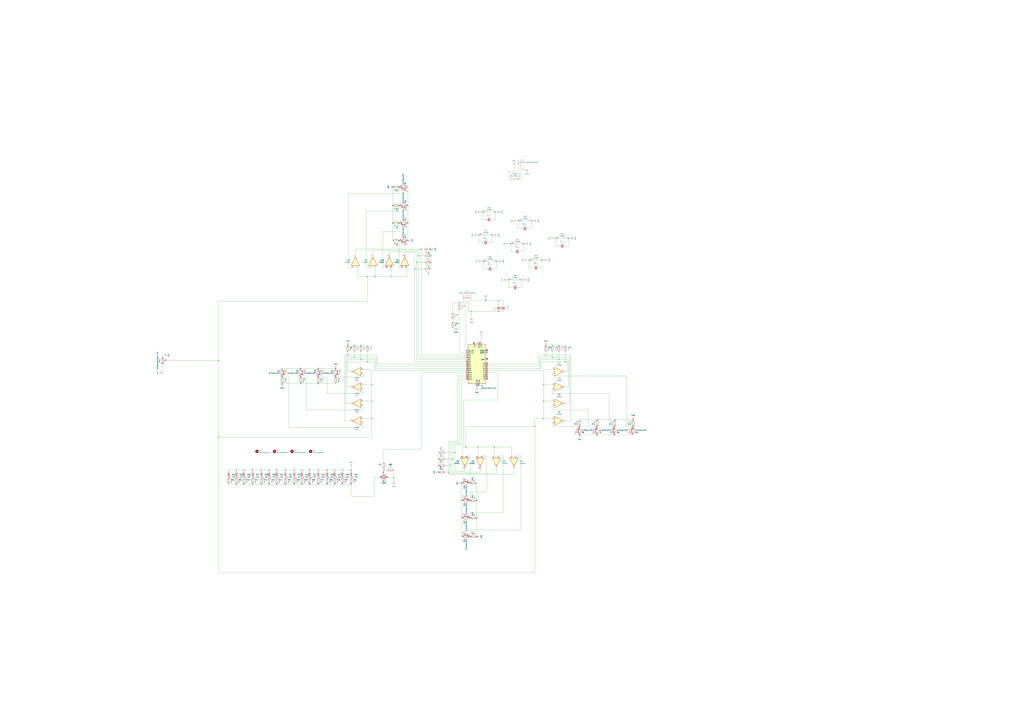
<source format=kicad_sch>
(kicad_sch (version 20250114) (generator "eeschema") (generator_version "9.0")
  (paper "A0")
  (junction (at 575.31 246.38))
  (junction (at 274.32 546.1))
  (junction (at 535.94 601.98))
  (junction (at 500.38 304.8))
  (junction (at 312.42 546.1))
  (junction (at 407.67 546.1))
  (junction (at 608.33 283.21))
  (junction (at 419.1 401.32))
  (junction (at 633.73 401.32))
  (junction (at 713.74 487.68))
  (junction (at 389.89 427.99))
  (junction (at 463.55 217.17))
  (junction (at 473.71 259.08))
  (junction (at 563.88 349.25))
  (junction (at 525.78 533.4))
  (junction (at 473.71 279.4))
  (junction (at 274.32 562.61))
  (junction (at 633.73 412.75))
  (junction (at 473.71 238.76))
  (junction (at 327.66 445.77))
  (junction (at 349.25 445.77))
  (junction (at 735.33 495.3))
  (junction (at 713.74 505.46))
  (junction (at 533.4 351.79))
  (junction (at 614.68 302.26))
  (junction (at 546.1 561.34))
  (junction (at 397.51 562.61))
  (junction (at 254 508))
  (junction (at 397.51 546.1))
  (junction (at 463.55 238.76))
  (junction (at 303.53 562.61))
  (junction (at 590.55 325.12))
  (junction (at 556.26 273.05))
  (junction (at 641.35 415.29))
  (junction (at 341.63 546.1))
  (junction (at 553.72 601.98))
  (junction (at 445.77 546.1))
  (junction (at 457.2 554.99))
  (junction (at 593.09 283.21))
  (junction (at 426.72 420.37))
  (junction (at 411.48 415.29))
  (junction (at 369.57 427.99))
  (junction (at 389.89 438.15))
  (junction (at 349.25 427.99))
  (junction (at 379.73 546.1))
  (junction (at 283.21 546.1))
  (junction (at 617.22 256.54))
  (junction (at 254 419.1))
  (junction (at 293.37 546.1))
  (junction (at 546.1 601.98))
  (junction (at 571.5 273.05))
  (junction (at 359.41 546.1))
  (junction (at 535.94 581.66))
  (junction (at 509.27 548.64))
  (junction (at 648.97 401.32))
  (junction (at 481.33 312.42))
  (junction (at 509.27 533.4))
  (junction (at 541.02 519.43))
  (junction (at 631.19 486.41))
  (junction (at 656.59 420.37))
  (junction (at 576.58 303.53))
  (junction (at 561.34 303.53))
  (junction (at 605.79 325.12))
  (junction (at 693.42 495.3))
  (junction (at 535.94 561.34))
  (junction (at 601.98 256.54))
  (junction (at 388.62 562.61))
  (junction (at 660.4 276.86))
  (junction (at 554.99 519.43))
  (junction (at 574.04 519.43))
  (junction (at 369.57 438.15))
  (junction (at 579.12 349.25))
  (junction (at 403.86 412.75))
  (junction (at 312.42 562.61))
  (junction (at 713.74 495.3))
  (junction (at 546.1 623.57))
  (junction (at 369.57 445.77))
  (junction (at 500.38 289.56))
  (junction (at 455.93 259.08))
  (junction (at 621.03 495.3))
  (junction (at 341.63 562.61))
  (junction (at 407.67 562.61))
  (junction (at 673.1 495.3))
  (junction (at 431.8 486.41))
  (junction (at 426.72 321.31))
  (junction (at 641.35 401.32))
  (junction (at 560.07 246.38))
  (junction (at 403.86 401.32))
  (junction (at 303.53 546.1))
  (junction (at 431.8 466.09))
  (junction (at 509.27 541.02))
  (junction (at 488.95 289.56))
  (junction (at 553.72 623.57))
  (junction (at 486.41 297.18))
  (junction (at 523.24 541.02))
  (junction (at 547.37 361.95))
  (junction (at 435.61 321.31))
  (junction (at 579.12 361.95))
  (junction (at 693.42 505.46))
  (junction (at 350.52 546.1))
  (junction (at 411.48 401.32))
  (junction (at 645.16 276.86))
  (junction (at 463.55 279.4))
  (junction (at 631.19 447.04))
  (junction (at 520.7 548.64))
  (junction (at 321.31 562.61))
  (junction (at 463.55 259.08))
  (junction (at 528.32 525.78))
  (junction (at 350.52 562.61))
  (junction (at 500.38 297.18))
  (junction (at 369.57 562.61))
  (junction (at 327.66 438.15))
  (junction (at 693.42 487.68))
  (junction (at 431.8 447.04))
  (junction (at 631.19 466.09))
  (junction (at 454.66 321.31))
  (junction (at 629.92 302.26))
  (junction (at 546.1 581.66))
  (junction (at 553.72 581.66))
  (junction (at 321.31 546.1))
  (junction (at 673.1 505.46))
  (junction (at 331.47 562.61))
  (junction (at 349.25 438.15))
  (junction (at 369.57 546.1))
  (junction (at 553.72 448.31))
  (junction (at 293.37 562.61))
  (junction (at 359.41 562.61))
  (junction (at 648.97 417.83))
  (junction (at 331.47 546.1))
  (junction (at 419.1 417.83))
  (junction (at 388.62 546.1))
  (junction (at 455.93 238.76))
  (junction (at 455.93 217.17))
  (junction (at 283.21 562.61))
  (junction (at 735.33 487.68))
  (junction (at 379.73 562.61))
  (junction (at 483.87 304.8))
  (wire (pts (xy 500.38 297.18) (xy 500.38 304.8)))
  (wire (pts (xy 388.62 562.61) (xy 397.51 562.61)))
  (wire (pts (xy 601.98 265.43) (xy 601.98 256.54)))
  (wire (pts (xy 618.49 311.15) (xy 614.68 311.15)))
  (wire (pts (xy 693.42 505.46) (xy 713.74 505.46)))
  (wire (pts (xy 541.02 440.69) (xy 535.94 440.69)))
  (wire (pts (xy 596.9 191.77) (xy 596.9 199.39)))
  (wire (pts (xy 557.53 548.64) (xy 557.53 544.83)))
  (wire (pts (xy 535.94 515.62) (xy 525.78 515.62)))
  (wire (pts (xy 546.1 529.59) (xy 546.1 561.34)))
  (wire (pts (xy 641.35 436.88) (xy 727.71 436.88)))
  (wire (pts (xy 567.69 281.94) (xy 571.5 281.94)))
  (wire (pts (xy 379.73 546.1) (xy 369.57 546.1)))
  (wire (pts (xy 369.57 562.61) (xy 379.73 562.61)))
  (wire (pts (xy 452.12 292.1) (xy 452.12 295.91)))
  (wire (pts (xy 435.61 427.99) (xy 541.02 427.99)))
  (wire (pts (xy 530.86 513.08) (xy 520.7 513.08)))
  (wire (pts (xy 509.27 541.02) (xy 509.27 533.4)))
  (wire (pts (xy 553.72 623.57) (xy 553.72 601.98)))
  (wire (pts (xy 530.86 435.61) (xy 541.02 435.61)))
  (wire (pts (xy 426.72 420.37) (xy 434.34 420.37)))
  (wire (pts (xy 561.34 312.42) (xy 561.34 303.53)))
  (wire (pts (xy 735.33 487.68) (xy 713.74 487.68)))
  (wire (pts (xy 438.15 422.91) (xy 541.02 422.91)))
  (wire (pts (xy 355.6 476.25) (xy 355.6 438.15)))
  (wire (pts (xy 426.72 408.94) (xy 426.72 420.37)))
  (wire (pts (xy 641.35 457.2) (xy 707.39 457.2)))
  (wire (pts (xy 543.56 361.95) (xy 547.37 361.95)))
  (wire (pts (xy 369.57 427.99) (xy 349.25 427.99)))
  (wire (pts (xy 400.05 412.75) (xy 400.05 488.95)))
  (wire (pts (xy 538.48 516.89) (xy 538.48 464.82)))
  (wire (pts (xy 599.44 529.59) (xy 604.52 529.59)))
  (wire (pts (xy 419.1 417.83) (xy 435.61 417.83)))
  (wire (pts (xy 621.03 495.3) (xy 621.03 665.48)))
  (wire (pts (xy 488.95 289.56) (xy 488.95 412.75)))
  (wire (pts (xy 463.55 311.15) (xy 467.36 311.15)))
  (wire (pts (xy 312.42 546.1) (xy 312.42 547.37)))
  (wire (pts (xy 566.42 422.91) (xy 624.84 422.91)))
  (wire (pts (xy 631.19 466.09) (xy 631.19 447.04)))
  (wire (pts (xy 516.89 548.64) (xy 520.7 548.64)))
  (wire (pts (xy 590.55 334.01) (xy 590.55 325.12)))
  (wire (pts (xy 641.35 471.17) (xy 641.35 476.25)))
  (wire (pts (xy 516.89 525.78) (xy 528.32 525.78)))
  (wire (pts (xy 574.04 529.59) (xy 574.04 519.43)))
  (wire (pts (xy 349.25 427.99) (xy 327.66 427.99)))
  (wire (pts (xy 662.94 488.95) (xy 656.59 488.95)))
  (wire (pts (xy 293.37 562.61) (xy 303.53 562.61)))
  (wire (pts (xy 626.11 311.15) (xy 629.92 311.15)))
  (wire (pts (xy 546.1 615.95) (xy 546.1 623.57)))
  (wire (pts (xy 535.94 440.69) (xy 535.94 515.62)))
  (wire (pts (xy 656.59 420.37) (xy 659.13 420.37)))
  (wire (pts (xy 629.92 302.26) (xy 629.92 311.15)))
  (wire (pts (xy 463.55 224.79) (xy 463.55 217.17)))
  (wire (pts (xy 483.87 304.8) (xy 483.87 417.83)))
  (wire (pts (xy 426.72 350.52) (xy 254 350.52)))
  (wire (pts (xy 463.55 311.15) (xy 463.55 279.4)))
  (wire (pts (xy 553.72 581.66) (xy 553.72 561.34)))
  (wire (pts (xy 481.33 293.37) (xy 481.33 312.42)))
  (wire (pts (xy 355.6 438.15) (xy 349.25 438.15)))
  (wire (pts (xy 543.56 347.98) (xy 543.56 361.95)))
  (wire (pts (xy 481.33 420.37) (xy 541.02 420.37)))
  (wire (pts (xy 596.9 551.18) (xy 596.9 544.83)))
  (wire (pts (xy 431.8 508) (xy 254 508)))
  (wire (pts (xy 415.29 321.31) (xy 426.72 321.31)))
  (wire (pts (xy 693.42 495.3) (xy 683.26 495.3)))
  (wire (pts (xy 641.35 495.3) (xy 673.1 495.3)))
  (wire (pts (xy 656.59 285.75) (xy 660.4 285.75)))
  (wire (pts (xy 560.07 246.38) (xy 560.07 255.27)))
  (wire (pts (xy 433.07 295.91) (xy 433.07 290.83)))
  (wire (pts (xy 421.64 429.26) (xy 431.8 429.26)))
  (wire (pts (xy 406.4 431.8) (xy 403.86 431.8)))
  (wire (pts (xy 525.78 533.4) (xy 525.78 548.64)))
  (wire (pts (xy 541.02 519.43) (xy 554.99 519.43)))
  (wire (pts (xy 331.47 546.1) (xy 321.31 546.1)))
  (wire (pts (xy 626.11 415.29) (xy 626.11 425.45)))
  (wire (pts (xy 576.58 303.53) (xy 576.58 312.42)))
  (wire (pts (xy 293.37 546.1) (xy 283.21 546.1)))
  (wire (pts (xy 727.71 436.88) (xy 727.71 495.3)))
  (wire (pts (xy 617.22 256.54) (xy 619.76 256.54)))
  (wire (pts (xy 525.78 351.79) (xy 525.78 363.22)))
  (wire (pts (xy 533.4 353.06) (xy 533.4 351.79)))
  (wire (pts (xy 535.94 601.98) (xy 535.94 623.57)))
  (wire (pts (xy 605.79 265.43) (xy 601.98 265.43)))
  (wire (pts (xy 407.67 542.29) (xy 407.67 546.1)))
  (wire (pts (xy 546.1 581.66) (xy 546.1 571.5)))
  (wire (pts (xy 539.75 547.37) (xy 528.32 547.37)))
  (wire (pts (xy 626.11 415.29) (xy 641.35 415.29)))
  (wire (pts (xy 283.21 546.1) (xy 283.21 547.37)))
  (wire (pts (xy 492.76 304.8) (xy 483.87 304.8)))
  (wire (pts (xy 379.73 457.2) (xy 421.64 457.2)))
  (wire (pts (xy 359.41 546.1) (xy 359.41 547.37)))
  (wire (pts (xy 189.23 433.07) (xy 187.96 433.07)))
  (wire (pts (xy 500.38 304.8) (xy 500.38 312.42)))
  (wire (pts (xy 656.59 408.94) (xy 656.59 420.37)))
  (wire (pts (xy 608.33 283.21) (xy 610.87 283.21)))
  (wire (pts (xy 265.43 562.61) (xy 274.32 562.61)))
  (wire (pts (xy 631.19 486.41) (xy 631.19 466.09)))
  (wire (pts (xy 641.35 466.09) (xy 631.19 466.09)))
  (wire (pts (xy 648.97 401.32) (xy 656.59 401.32)))
  (wire (pts (xy 541.02 495.3) (xy 541.02 519.43)))
  (wire (pts (xy 430.53 311.15) (xy 425.45 311.15)))
  (wire (pts (xy 431.8 486.41) (xy 431.8 508)))
  (wire (pts (xy 369.57 438.15) (xy 379.73 438.15)))
  (wire (pts (xy 593.09 292.1) (xy 593.09 283.21)))
  (wire (pts (xy 571.5 273.05) (xy 574.04 273.05)))
  (wire (pts (xy 541.02 347.98) (xy 541.02 407.67)))
  (wire (pts (xy 444.5 311.15) (xy 449.58 311.15)))
  (wire (pts (xy 457.2 546.1) (xy 457.2 554.99)))
  (wire (pts (xy 601.98 191.77) (xy 601.98 201.93)))
  (wire (pts (xy 486.41 415.29) (xy 541.02 415.29)))
  (wire (pts (xy 488.95 433.07) (xy 541.02 433.07)))
  (wire (pts (xy 631.19 486.41) (xy 621.03 486.41)))
  (wire (pts (xy 312.42 546.1) (xy 303.53 546.1)))
  (wire (pts (xy 648.97 408.94) (xy 648.97 417.83)))
  (wire (pts (xy 584.2 595.63) (xy 546.1 595.63)))
  (wire (pts (xy 190.5 412.75) (xy 189.23 412.75)))
  (wire (pts (xy 401.32 415.29) (xy 411.48 415.29)))
  (wire (pts (xy 565.15 529.59) (xy 560.07 529.59)))
  (wire (pts (xy 546.1 529.59) (xy 542.29 529.59)))
  (wire (pts (xy 556.26 273.05) (xy 556.26 281.94)))
  (wire (pts (xy 537.21 519.43) (xy 541.02 519.43)))
  (wire (pts (xy 727.71 495.3) (xy 735.33 495.3)))
  (wire (pts (xy 411.48 408.94) (xy 411.48 415.29)))
  (wire (pts (xy 546.1 571.5) (xy 565.15 571.5)))
  (wire (pts (xy 321.31 546.1) (xy 321.31 547.37)))
  (wire (pts (xy 421.64 491.49) (xy 421.64 496.57)))
  (wire (pts (xy 434.34 420.37) (xy 434.34 430.53)))
  (wire (pts (xy 528.32 516.89) (xy 528.32 525.78)))
  (wire (pts (xy 434.34 430.53) (xy 541.02 430.53)))
  (wire (pts (xy 541.02 438.15) (xy 533.4 438.15)))
  (wire (pts (xy 481.33 312.42) (xy 481.33 420.37)))
  (wire (pts (xy 560.07 246.38) (xy 557.53 246.38)))
  (wire (pts (xy 421.64 486.41) (xy 431.8 486.41)))
  (wire (pts (xy 707.39 457.2) (xy 707.39 495.3)))
  (wire (pts (xy 539.75 544.83) (xy 539.75 547.37)))
  (wire (pts (xy 547.37 361.95) (xy 579.12 361.95)))
  (wire (pts (xy 641.35 486.41) (xy 631.19 486.41)))
  (wire (pts (xy 661.67 468.63) (xy 661.67 415.29)))
  (wire (pts (xy 641.35 491.49) (xy 641.35 495.3)))
  (wire (pts (xy 488.95 521.97) (xy 488.95 433.07)))
  (wire (pts (xy 594.36 529.59) (xy 594.36 519.43)))
  (wire (pts (xy 341.63 546.1) (xy 331.47 546.1)))
  (wire (pts (xy 627.38 427.99) (xy 627.38 417.83)))
  (wire (pts (xy 594.36 334.01) (xy 590.55 334.01)))
  (wire (pts (xy 463.55 269.24) (xy 444.5 269.24)))
  (wire (pts (xy 331.47 562.61) (xy 341.63 562.61)))
  (wire (pts (xy 553.72 448.31) (xy 553.72 450.85)))
  (wire (pts (xy 571.5 255.27) (xy 575.31 255.27)))
  (wire (pts (xy 369.57 445.77) (xy 389.89 445.77)))
  (wire (pts (xy 436.88 425.45) (xy 541.02 425.45)))
  (wire (pts (xy 656.59 431.8) (xy 659.13 431.8)))
  (wire (pts (xy 565.15 571.5) (xy 565.15 529.59)))
  (wire (pts (xy 535.94 561.34) (xy 535.94 581.66)))
  (wire (pts (xy 483.87 292.1) (xy 483.87 304.8)))
  (wire (pts (xy 576.58 549.91) (xy 523.24 549.91)))
  (wire (pts (xy 492.76 297.18) (xy 486.41 297.18)))
  (wire (pts (xy 525.78 515.62) (xy 525.78 533.4)))
  (wire (pts (xy 584.2 354.33) (xy 584.2 349.25)))
  (wire (pts (xy 576.58 303.53) (xy 579.12 303.53)))
  (wire (pts (xy 604.52 196.85) (xy 612.14 196.85)))
  (wire (pts (xy 405.13 224.79) (xy 463.55 224.79)))
  (wire (pts (xy 254 665.48) (xy 254 508)))
  (wire (pts (xy 283.21 546.1) (xy 274.32 546.1)))
  (wire (pts (xy 440.69 554.99) (xy 434.34 554.99)))
  (wire (pts (xy 601.98 201.93) (xy 605.79 201.93)))
  (wire (pts (xy 401.32 468.63) (xy 401.32 415.29)))
  (wire (pts (xy 488.95 289.56) (xy 412.75 289.56)))
  (wire (pts (xy 421.64 457.2) (xy 421.64 452.12)))
  (wire (pts (xy 463.55 245.11) (xy 463.55 238.76)))
  (wire (pts (xy 411.48 415.29) (xy 436.88 415.29)))
  (wire (pts (xy 435.61 311.15) (xy 435.61 321.31)))
  (wire (pts (xy 402.59 417.83) (xy 402.59 449.58)))
  (wire (pts (xy 535.94 581.66) (xy 535.94 601.98)))
  (wire (pts (xy 553.72 273.05) (xy 556.26 273.05)))
  (wire (pts (xy 601.98 256.54) (xy 599.44 256.54)))
  (wire (pts (xy 605.79 208.28) (xy 603.25 208.28)))
  (wire (pts (xy 533.4 438.15) (xy 533.4 514.35)))
  (wire (pts (xy 628.65 420.37) (xy 656.59 420.37)))
  (wire (pts (xy 445.77 521.97) (xy 488.95 521.97)))
  (wire (pts (xy 492.76 289.56) (xy 488.95 289.56)))
  (wire (pts (xy 563.88 349.25) (xy 579.12 349.25)))
  (wire (pts (xy 455.93 259.08) (xy 455.93 279.4)))
  (wire (pts (xy 410.21 311.15) (xy 405.13 311.15)))
  (wire (pts (xy 516.89 533.4) (xy 525.78 533.4)))
  (wire (pts (xy 321.31 562.61) (xy 331.47 562.61)))
  (wire (pts (xy 633.73 401.32) (xy 641.35 401.32)))
  (wire (pts (xy 525.78 548.64) (xy 557.53 548.64)))
  (wire (pts (xy 596.9 292.1) (xy 593.09 292.1)))
  (wire (pts (xy 571.5 273.05) (xy 571.5 281.94)))
  (wire (pts (xy 577.85 433.07) (xy 577.85 464.82)))
  (wire (pts (xy 434.34 576.58) (xy 434.34 554.99)))
  (wire (pts (xy 1247.14 15.24) (xy 1247.14 29.21)))
  (wire (pts (xy 327.66 445.77) (xy 349.25 445.77)))
  (wire (pts (xy 431.8 466.09) (xy 431.8 447.04)))
  (wire (pts (xy 350.52 562.61) (xy 359.41 562.61)))
  (wire (pts (xy 445.77 546.1) (xy 445.77 547.37)))
  (wire (pts (xy 454.66 321.31) (xy 454.66 311.15)))
  (wire (pts (xy 604.52 191.77) (xy 604.52 196.85)))
  (wire (pts (xy 683.26 476.25) (xy 641.35 476.25)))
  (wire (pts (xy 631.19 429.26) (xy 631.19 447.04)))
  (wire (pts (xy 576.58 544.83) (xy 576.58 549.91)))
  (wire (pts (xy 425.45 311.15) (xy 425.45 245.11)))
  (wire (pts (xy 407.67 546.1) (xy 407.67 547.37)))
  (wire (pts (xy 604.52 615.95) (xy 546.1 615.95)))
  (wire (pts (xy 594.36 519.43) (xy 574.04 519.43)))
  (wire (pts (xy 421.64 471.17) (xy 421.64 476.25)))
  (wire (pts (xy 533.4 351.79) (xy 538.48 351.79)))
  (wire (pts (xy 303.53 562.61) (xy 312.42 562.61)))
  (wire (pts (xy 303.53 546.1) (xy 303.53 547.37)))
  (wire (pts (xy 379.73 546.1) (xy 379.73 547.37)))
  (wire (pts (xy 707.39 495.3) (xy 713.74 495.3)))
  (wire (pts (xy 541.02 495.3) (xy 621.03 495.3)))
  (wire (pts (xy 303.53 546.1) (xy 293.37 546.1)))
  (wire (pts (xy 438.15 422.91) (xy 438.15 412.75)))
  (wire (pts (xy 584.2 529.59) (xy 584.2 595.63)))
  (wire (pts (xy 469.9 295.91) (xy 469.9 293.37)))
  (wire (pts (xy 265.43 546.1) (xy 265.43 547.37)))
  (wire (pts (xy 274.32 562.61) (xy 283.21 562.61)))
  (wire (pts (xy 500.38 289.56) (xy 500.38 297.18)))
  (wire (pts (xy 558.8 389.89) (xy 558.8 397.51)))
  (wire (pts (xy 530.86 513.08) (xy 530.86 435.61)))
  (wire (pts (xy 673.1 505.46) (xy 693.42 505.46)))
  (wire (pts (xy 189.23 412.75) (xy 189.23 415.29)))
  (wire (pts (xy 483.87 417.83) (xy 541.02 417.83)))
  (wire (pts (xy 538.48 464.82) (xy 577.85 464.82)))
  (wire (pts (xy 425.45 245.11) (xy 463.55 245.11)))
  (wire (pts (xy 525.78 370.84) (xy 525.78 373.38)))
  (wire (pts (xy 520.7 513.08) (xy 520.7 548.64)))
  (wire (pts (xy 553.72 448.31) (xy 556.26 448.31)))
  (wire (pts (xy 546.1 349.25) (xy 563.88 349.25)))
  (wire (pts (xy 546.1 347.98) (xy 546.1 349.25)))
  (wire (pts (xy 560.07 281.94) (xy 556.26 281.94)))
  (wire (pts (xy 627.38 417.83) (xy 648.97 417.83)))
  (wire (pts (xy 421.64 438.15) (xy 421.64 434.34)))
  (wire (pts (xy 473.71 238.76) (xy 473.71 217.17)))
  (wire (pts (xy 421.64 466.09) (xy 431.8 466.09)))
  (wire (pts (xy 516.89 541.02) (xy 523.24 541.02)))
  (wire (pts (xy 312.42 562.61) (xy 321.31 562.61)))
  (wire (pts (xy 629.92 302.26) (xy 632.46 302.26)))
  (wire (pts (xy 397.51 546.1) (xy 388.62 546.1)))
  (wire (pts (xy 566.42 427.99) (xy 627.38 427.99)))
  (wire (pts (xy 426.72 321.31) (xy 435.61 321.31)))
  (wire (pts (xy 641.35 429.26) (xy 631.19 429.26)))
  (wire (pts (xy 693.42 487.68) (xy 673.1 487.68)))
  (wire (pts (xy 566.42 425.45) (xy 626.11 425.45)))
  (wire (pts (xy 341.63 546.1) (xy 341.63 547.37)))
  (wire (pts (xy 525.78 351.79) (xy 533.4 351.79)))
  (wire (pts (xy 593.09 283.21) (xy 590.55 283.21)))
  (wire (pts (xy 605.79 325.12) (xy 608.33 325.12)))
  (wire (pts (xy 523.24 514.35) (xy 533.4 514.35)))
  (wire (pts (xy 537.21 529.59) (xy 537.21 519.43)))
  (wire (pts (xy 426.72 321.31) (xy 426.72 350.52)))
  (wire (pts (xy 584.2 349.25) (xy 579.12 349.25)))
  (wire (pts (xy 641.35 457.2) (xy 641.35 452.12)))
  (wire (pts (xy 473.71 259.08) (xy 473.71 238.76)))
  (wire (pts (xy 523.24 541.02) (xy 523.24 549.91)))
  (wire (pts (xy 433.07 290.83) (xy 486.41 290.83)))
  (wire (pts (xy 455.93 238.76) (xy 455.93 259.08)))
  (wire (pts (xy 403.86 401.32) (xy 411.48 401.32)))
  (wire (pts (xy 359.41 562.61) (xy 369.57 562.61)))
  (wire (pts (xy 400.05 488.95) (xy 406.4 488.95)))
  (wire (pts (xy 546.1 595.63) (xy 546.1 601.98)))
  (wire (pts (xy 633.73 412.75) (xy 662.94 412.75)))
  (wire (pts (xy 713.74 505.46) (xy 735.33 505.46)))
  (wire (pts (xy 613.41 265.43) (xy 617.22 265.43)))
  (wire (pts (xy 608.33 283.21) (xy 608.33 292.1)))
  (wire (pts (xy 403.86 412.75) (xy 438.15 412.75)))
  (wire (pts (xy 435.61 427.99) (xy 435.61 417.83)))
  (wire (pts (xy 472.44 311.15) (xy 472.44 321.31)))
  (wire (pts (xy 590.55 199.39) (xy 590.55 208.28)))
  (wire (pts (xy 641.35 415.29) (xy 661.67 415.29)))
  (wire (pts (xy 400.05 412.75) (xy 403.86 412.75)))
  (wire (pts (xy 572.77 312.42) (xy 576.58 312.42)))
  (wire (pts (xy 575.31 246.38) (xy 577.85 246.38)))
  (wire (pts (xy 463.55 259.08) (xy 463.55 269.24)))
  (wire (pts (xy 189.23 422.91) (xy 189.23 433.07)))
  (wire (pts (xy 436.88 415.29) (xy 436.88 425.45)))
  (wire (pts (xy 579.12 529.59) (xy 584.2 529.59)))
  (wire (pts (xy 561.34 303.53) (xy 558.8 303.53)))
  (wire (pts (xy 389.89 427.99) (xy 369.57 427.99)))
  (wire (pts (xy 648.97 285.75) (xy 645.16 285.75)))
  (wire (pts (xy 621.03 486.41) (xy 621.03 495.3)))
  (wire (pts (xy 486.41 290.83) (xy 486.41 297.18)))
  (wire (pts (xy 403.86 420.37) (xy 426.72 420.37)))
  (wire (pts (xy 641.35 401.32) (xy 648.97 401.32)))
  (wire (pts (xy 431.8 447.04) (xy 421.64 447.04)))
  (wire (pts (xy 435.61 321.31) (xy 454.66 321.31)))
  (wire (pts (xy 335.28 438.15) (xy 327.66 438.15)))
  (wire (pts (xy 713.74 487.68) (xy 693.42 487.68)))
  (wire (pts (xy 350.52 546.1) (xy 341.63 546.1)))
  (wire (pts (xy 590.55 325.12) (xy 588.01 325.12)))
  (wire (pts (xy 631.19 447.04) (xy 641.35 447.04)))
  (wire (pts (xy 407.67 576.58) (xy 434.34 576.58)))
  (wire (pts (xy 538.48 347.98) (xy 538.48 351.79)))
  (wire (pts (xy 421.64 496.57) (xy 335.28 496.57)))
  (wire (pts (xy 274.32 546.1) (xy 265.43 546.1)))
  (wire (pts (xy 617.22 256.54) (xy 617.22 265.43)))
  (wire (pts (xy 419.1 401.32) (xy 426.72 401.32)))
  (wire (pts (xy 660.4 449.58) (xy 656.59 449.58)))
  (wire (pts (xy 554.99 519.43) (xy 554.99 529.59)))
  (wire (pts (xy 641.35 408.94) (xy 641.35 415.29)))
  (wire (pts (xy 457.2 554.99) (xy 457.2 560.07)))
  (wire (pts (xy 523.24 514.35) (xy 523.24 541.02)))
  (wire (pts (xy 407.67 562.61) (xy 407.67 576.58)))
  (wire (pts (xy 486.41 297.18) (xy 486.41 415.29)))
  (wire (pts (xy 614.68 302.26) (xy 612.14 302.26)))
  (wire (pts (xy 483.87 292.1) (xy 452.12 292.1)))
  (wire (pts (xy 656.59 468.63) (xy 661.67 468.63)))
  (wire (pts (xy 431.8 429.26) (xy 431.8 447.04)))
  (wire (pts (xy 605.79 201.93) (xy 605.79 208.28)))
  (wire (pts (xy 449.58 546.1) (xy 445.77 546.1)))
  (wire (pts (xy 577.85 433.07) (xy 566.42 433.07)))
  (wire (pts (xy 331.47 546.1) (xy 331.47 547.37)))
  (wire (pts (xy 405.13 311.15) (xy 405.13 224.79)))
  (wire (pts (xy 624.84 412.75) (xy 633.73 412.75)))
  (wire (pts (xy 509.27 533.4) (xy 509.27 525.78)))
  (wire (pts (xy 579.12 349.25) (xy 579.12 354.33)))
  (wire (pts (xy 660.4 276.86) (xy 660.4 285.75)))
  (wire (pts (xy 645.16 276.86) (xy 645.16 285.75)))
  (wire (pts (xy 415.29 311.15) (xy 415.29 321.31)))
  (wire (pts (xy 565.15 312.42) (xy 561.34 312.42)))
  (wire (pts (xy 469.9 293.37) (xy 481.33 293.37)))
  (wire (pts (xy 445.77 537.21) (xy 445.77 521.97)))
  (wire (pts (xy 397.51 562.61) (xy 407.67 562.61)))
  (wire (pts (xy 421.64 438.15) (xy 389.89 438.15)))
  (wire (pts (xy 525.78 381) (xy 529.59 381)))
  (wire (pts (xy 528.32 516.89) (xy 538.48 516.89)))
  (wire (pts (xy 445.77 544.83) (xy 445.77 546.1)))
  (wire (pts (xy 406.4 468.63) (xy 401.32 468.63)))
  (wire (pts (xy 596.9 199.39) (xy 590.55 199.39)))
  (wire (pts (xy 604.52 529.59) (xy 604.52 615.95)))
  (wire (pts (xy 397.51 546.1) (xy 397.51 547.37)))
  (wire (pts (xy 520.7 548.64) (xy 520.7 551.18)))
  (wire (pts (xy 274.32 546.1) (xy 274.32 547.37)))
  (wire (pts (xy 369.57 546.1) (xy 359.41 546.1)))
  (wire (pts (xy 403.86 431.8) (xy 403.86 420.37)))
  (wire (pts (xy 662.94 412.75) (xy 662.94 488.95)))
  (wire (pts (xy 614.68 311.15) (xy 614.68 302.26)))
  (wire (pts (xy 628.65 420.37) (xy 628.65 430.53)))
  (wire (pts (xy 660.4 276.86) (xy 662.94 276.86)))
  (wire (pts (xy 541.02 410.21) (xy 533.4 410.21)))
  (wire (pts (xy 645.16 276.86) (xy 642.62 276.86)))
  (wire (pts (xy 624.84 422.91) (xy 624.84 412.75)))
  (wire (pts (xy 566.42 430.53) (xy 628.65 430.53)))
  (wire (pts (xy 528.32 525.78) (xy 528.32 547.37)))
  (wire (pts (xy 601.98 334.01) (xy 605.79 334.01)))
  (wire (pts (xy 411.48 401.32) (xy 419.1 401.32)))
  (wire (pts (xy 455.93 217.17) (xy 455.93 238.76)))
  (wire (pts (xy 419.1 408.94) (xy 419.1 417.83)))
  (wire (pts (xy 520.7 551.18) (xy 596.9 551.18)))
  (wire (pts (xy 553.72 601.98) (xy 553.72 581.66)))
  (wire (pts (xy 454.66 321.31) (xy 472.44 321.31)))
  (wire (pts (xy 402.59 417.83) (xy 419.1 417.83)))
  (wire (pts (xy 369.57 546.1) (xy 369.57 547.37)))
  (wire (pts (xy 379.73 562.61) (xy 388.62 562.61)))
  (wire (pts (xy 421.64 476.25) (xy 355.6 476.25)))
  (wire (pts (xy 350.52 546.1) (xy 350.52 547.37)))
  (wire (pts (xy 254 419.1) (xy 254 508)))
  (wire (pts (xy 193.04 419.1) (xy 254 419.1)))
  (wire (pts (xy 412.75 289.56) (xy 412.75 295.91)))
  (wire (pts (xy 641.35 436.88) (xy 641.35 434.34)))
  (wire (pts (xy 321.31 546.1) (xy 312.42 546.1)))
  (wire (pts (xy 621.03 665.48) (xy 254 665.48)))
  (wire (pts (xy 402.59 449.58) (xy 406.4 449.58)))
  (wire (pts (xy 648.97 417.83) (xy 660.4 417.83)))
  (wire (pts (xy 444.5 269.24) (xy 444.5 311.15)))
  (wire (pts (xy 488.95 412.75) (xy 541.02 412.75)))
  (wire (pts (xy 659.13 431.8) (xy 659.13 420.37)))
  (wire (pts (xy 388.62 546.1) (xy 388.62 547.37)))
  (wire (pts (xy 341.63 562.61) (xy 350.52 562.61)))
  (wire (pts (xy 492.76 312.42) (xy 481.33 312.42)))
  (wire (pts (xy 533.4 360.68) (xy 533.4 410.21)))
  (wire (pts (xy 575.31 246.38) (xy 575.31 255.27)))
  (wire (pts (xy 604.52 292.1) (xy 608.33 292.1)))
  (wire (pts (xy 388.62 546.1) (xy 379.73 546.1)))
  (wire (pts (xy 359.41 546.1) (xy 350.52 546.1)))
  (wire (pts (xy 605.79 325.12) (xy 605.79 334.01)))
  (wire (pts (xy 563.88 255.27) (xy 560.07 255.27)))
  (wire (pts (xy 450.85 554.99) (xy 457.2 554.99)))
  (wire (pts (xy 403.86 408.94) (xy 403.86 412.75)))
  (wire (pts (xy 547.37 361.95) (xy 547.37 369.57)))
  (wire (pts (xy 660.4 417.83) (xy 660.4 449.58)))
  (wire (pts (xy 473.71 279.4) (xy 473.71 259.08)))
  (wire (pts (xy 683.26 495.3) (xy 683.26 476.25)))
  (wire (pts (xy 379.73 438.15) (xy 379.73 457.2)))
  (wire (pts (xy 349.25 445.77) (xy 369.57 445.77)))
  (wire (pts (xy 407.67 546.1) (xy 397.51 546.1)))
  (wire (pts (xy 590.55 208.28) (xy 593.09 208.28)))
  (wire (pts (xy 509.27 548.64) (xy 509.27 541.02)))
  (wire (pts (xy 335.28 496.57) (xy 335.28 438.15)))
  (wire (pts (xy 254 350.52) (xy 254 419.1)))
  (wire (pts (xy 431.8 486.41) (xy 431.8 466.09)))
  (wire (pts (xy 633.73 408.94) (xy 633.73 412.75)))
  (wire (pts (xy 283.21 562.61) (xy 293.37 562.61)))
  (wire (pts (xy 574.04 519.43) (xy 554.99 519.43)))
  (wire (pts (xy 293.37 546.1) (xy 293.37 547.37)))
  (wire (pts (xy 579.12 361.95) (xy 584.2 361.95)))
  (symbol (lib_id "Device:C") (at 622.3 311.15 90) (unit 1)
    (property "Reference" "C8" (at 621.0299 307.34 0) (effects (justify left)))
    (property "Value" "C" (at 623.5699 307.34 0) (effects (justify left)))
    (property "Footprint" "Capacitor_SMD:C_0603_1608Metric" (effects (hide yes)))
    (property "Description" "Unpolarized capacitor" (effects (hide yes)))
  )
  (symbol (lib_id "Mechanical:MountingHole") (at 298.45 524.51 0) (unit 1) (in_bom no)
    (property "Reference" "H4" (at 300.99 523.2399 0) (effects (justify left)))
    (property "Value" "MountingHole" (at 300.99 525.7799 0) (effects (justify left)))
    (property "Footprint" "MountingHole:MountingHole_3.2mm_M3" (effects (hide yes)))
    (property "Description" "Mounting Hole without connection" (effects (hide yes)))
  )
  (symbol (lib_id "power:VCC") (at 509.27 548.64 90) (mirror x) (unit 1)
    (property "Reference" "#PWR013" (effects (hide yes)))
    (property "Value" "VCC" (at 504.19 548.64 0))
    (property "Description" "Power symbol creates a global label with name \"VCC\"" (effects (hide yes)))
  )
  (symbol (lib_id "Device:R") (at 533.4 356.87 0) (unit 1)
    (property "Reference" "R49" (at 535.94 355.5999 0) (effects (justify left)))
    (property "Value" "R" (at 535.94 358.1399 0) (effects (justify left)))
    (property "Footprint" "Resistor_THT:R_Axial_DIN0207_L6.3mm_D2.5mm_P7.62mm_Horizontal" (effects (hide yes)))
    (property "Description" "Resistor" (effects (hide yes)))
  )
  (symbol (lib_id "Device:Q_Photo_NPN") (at 372.11 433.07 0) (mirror y) (unit 1)
    (property "Reference" "Q3" (at 367.03 431.0506 0) (effects (justify left)))
    (property "Value" "Q_Photo_NPN" (at 367.03 433.5906 0) (effects (justify left)))
    (property "Footprint" "NJL7502R:NJL7502R" (effects (hide yes)))
    (property "Description" "NPN phototransistor, collector/emitter" (effects (hide yes)))
  )
  (symbol (lib_id "Device:R") (at 513.08 541.02 90) (unit 1)
    (property "Reference" "R30" (at 511.8099 538.48 0) (effects (justify left)))
    (property "Value" "R" (at 514.3499 538.48 0) (effects (justify left)))
    (property "Footprint" "Resistor_SMD:R_0603_1608Metric_Pad0.98x0.95mm_HandSolder" (effects (hide yes)))
    (property "Description" "Resistor" (effects (hide yes)))
  )
  (symbol (lib_id "power:VCC") (at 403.86 401.32 0) (mirror y) (unit 1)
    (property "Reference" "#PWR01" (effects (hide yes)))
    (property "Value" "VCC" (at 403.86 396.24 0))
    (property "Description" "Power symbol creates a global label with name \"VCC\"" (effects (hide yes)))
  )
  (symbol (lib_id "power:GND") (at 327.66 445.77 0) (unit 1)
    (property "Reference" "#PWR03" (effects (hide yes)))
    (property "Value" "GND" (at 327.66 450.85 0))
    (property "Description" "Power symbol creates a global label with name \"GND\" , ground" (effects (hide yes)))
  )
  (symbol (lib_id "Device:R") (at 403.86 405.13 0) (unit 1)
    (property "Reference" "R8" (at 406.4 403.8599 0) (effects (justify left)))
    (property "Value" "R" (at 406.4 406.3999 0) (effects (justify left)))
    (property "Footprint" "Resistor_SMD:R_0603_1608Metric_Pad0.98x0.95mm_HandSolder" (effects (hide yes)))
    (property "Description" "Resistor" (effects (hide yes)))
  )
  (symbol (lib_id "Device:R") (at 513.08 525.78 90) (unit 1)
    (property "Reference" "R32" (at 511.8099 523.24 0) (effects (justify left)))
    (property "Value" "R" (at 514.3499 523.24 0) (effects (justify left)))
    (property "Footprint" "Resistor_SMD:R_0603_1608Metric_Pad0.98x0.95mm_HandSolder" (effects (hide yes)))
    (property "Description" "Resistor" (effects (hide yes)))
  )
  (symbol (lib_id "Simulation_SPICE:NMOS") (at 445.77 552.45 90) (mirror x) (unit 1)
    (property "Reference" "Q17" (at 445.77 558.8 90))
    (property "Value" "NMOS" (at 445.77 561.34 90))
    (property "Footprint" "Package_TO_SOT_THT:TO-251-3-1EP_Horizontal_TabDown" (effects (hide yes)))
    (property "Datasheet" "https://ngspice.sourceforge.io/docs/ngspice-html-manual/manual.xhtml#cha_MOSFETs" (effects (hide yes)))
    (property "Description" "N-MOSFET transistor, drain/source/gate" (effects (hide yes)))
    (property "Sim.Device" "NMOS" (effects (hide yes)))
    (property "Sim.Type" "VDMOS" (effects (hide yes)))
    (property "Sim.Pins" "1=D 2=G 3=S" (effects (hide yes)))
  )
  (symbol (lib_id "power:VCC") (at 557.53 246.38 90) (unit 1)
    (property "Reference" "#PWR030" (effects (hide yes)))
    (property "Value" "VCC" (at 552.45 246.38 0))
    (property "Description" "Power symbol creates a global label with name \"VCC\"" (effects (hide yes)))
  )
  (symbol (lib_id "Device:Q_Photo_NPN") (at 541.02 599.44 90) (mirror x) (unit 1)
    (property "Reference" "Q14" (at 539.0006 604.52 0) (effects (justify left)))
    (property "Value" "Q_Photo_NPN" (at 541.5406 604.52 0) (effects (justify left)))
    (property "Footprint" "NJL7502R:NJL7502R" (effects (hide yes)))
    (property "Description" "NPN phototransistor, collector/emitter" (effects (hide yes)))
  )
  (symbol (lib_id "Device:Q_Photo_NPN") (at 711.2 500.38 0) (mirror x) (unit 1)
    (property "Reference" "Q6" (at 716.28 502.3994 0) (effects (justify left)))
    (property "Value" "Q_Photo_NPN" (at 716.28 499.8594 0) (effects (justify left)))
    (property "Footprint" "NJL7502R:NJL7502R" (effects (hide yes)))
    (property "Description" "NPN phototransistor, collector/emitter" (effects (hide yes)))
  )
  (symbol (lib_id "power:VCC") (at 553.72 273.05 90) (unit 1)
    (property "Reference" "#PWR034" (effects (hide yes)))
    (property "Value" "VCC" (at 548.64 273.05 0))
    (property "Description" "Power symbol creates a global label with name \"VCC\"" (effects (hide yes)))
  )
  (symbol (lib_id "Device:LED") (at 359.41 551.18 90) (unit 1)
    (property "Reference" "D44" (at 363.22 551.4974 90) (effects (justify right)))
    (property "Value" "LED" (at 363.22 554.0374 90) (effects (justify right)))
    (property "Footprint" "LED_SMD:LED_0603_1608Metric" (effects (hide yes)))
    (property "Description" "Light emitting diode" (effects (hide yes)))
    (property "Sim.Pins" "1=K 2=A" (effects (hide yes)))
  )
  (symbol (lib_id "power:GND") (at 632.46 302.26 90) (unit 1)
    (property "Reference" "#PWR039" (effects (hide yes)))
    (property "Value" "GND" (at 637.54 302.26 0))
    (property "Description" "Power symbol creates a global label with name \"GND\" , ground" (effects (hide yes)))
  )
  (symbol (lib_id "Comparator:LM393") (at 469.9 303.53 270) (mirror x) (unit 1)
    (property "Reference" "U5" (at 463.55 302.2599 90) (effects (justify right)))
    (property "Value" "LM393" (at 463.55 304.7999 90) (effects (justify right)))
    (property "Footprint" "Package_SO:SOIC-8_3.9x4.9mm_P1.27mm" (effects (hide yes)))
    (property "Datasheet" "http://www.ti.com/lit/ds/symlink/lm393.pdf" (effects (hide yes)))
    (property "Description" "Low-Power, Low-Offset Voltage, Dual Comparators, DIP-8/SOIC-8/TO-99-8" (effects (hide yes)))
  )
  (symbol (lib_id "power:GND") (at 619.76 256.54 90) (unit 1)
    (property "Reference" "#PWR033" (effects (hide yes)))
    (property "Value" "GND" (at 624.84 256.54 0))
    (property "Description" "Power symbol creates a global label with name \"GND\" , ground" (effects (hide yes)))
  )
  (symbol (lib_id "Device:R") (at 389.89 441.96 0) (unit 1)
    (property "Reference" "R1" (at 392.43 440.6899 0) (effects (justify left)))
    (property "Value" "R" (at 392.43 443.2299 0) (effects (justify left)))
    (property "Footprint" "Resistor_SMD:R_0603_1608Metric_Pad0.98x0.95mm_HandSolder" (effects (hide yes)))
    (property "Description" "Resistor" (effects (hide yes)))
  )
  (symbol (lib_id "Comparator:LM393") (at 576.58 537.21 270) (unit 2)
    (property "Reference" "U9" (at 582.93 535.9399 90) (effects (justify left)))
    (property "Value" "LM393" (at 582.93 538.4799 90) (effects (justify left)))
    (property "Footprint" "Package_SO:SOIC-8_3.9x4.9mm_P1.27mm" (effects (hide yes)))
    (property "Datasheet" "http://www.ti.com/lit/ds/symlink/lm393.pdf" (effects (hide yes)))
    (property "Description" "Low-Power, Low-Offset Voltage, Dual Comparators, DIP-8/SOIC-8/TO-99-8" (effects (hide yes)))
  )
  (symbol (lib_id "Device:R") (at 397.51 558.8 0) (unit 1)
    (property "Reference" "R34" (at 400.05 557.5299 0) (effects (justify left)))
    (property "Value" "R" (at 400.05 560.0699 0) (effects (justify left)))
    (property "Footprint" "Resistor_SMD:R_0603_1608Metric_Pad0.98x0.95mm_HandSolder" (effects (hide yes)))
    (property "Description" "Resistor" (effects (hide yes)))
  )
  (symbol (lib_id "Device:C") (at 598.17 334.01 90) (unit 1)
    (property "Reference" "C9" (at 596.8999 330.2 0) (effects (justify left)))
    (property "Value" "C" (at 599.4399 330.2 0) (effects (justify left)))
    (property "Footprint" "Capacitor_SMD:C_0603_1608Metric" (effects (hide yes)))
    (property "Description" "Unpolarized capacitor" (effects (hide yes)))
  )
  (symbol (lib_id "power:VCC") (at 190.5 412.75 270) (unit 1)
    (property "Reference" "#PWR015" (effects (hide yes)))
    (property "Value" "VCC" (at 195.58 412.75 0))
    (property "Description" "Power symbol creates a global label with name \"VCC\"" (effects (hide yes)))
  )
  (symbol (lib_id "Device:R") (at 693.42 491.49 180) (unit 1)
    (property "Reference" "R15" (at 690.88 492.7601 0) (effects (justify left)))
    (property "Value" "R" (at 690.88 490.2201 0) (effects (justify left)))
    (property "Footprint" "Resistor_SMD:R_0603_1608Metric_Pad0.98x0.95mm_HandSolder" (effects (hide yes)))
    (property "Description" "Resistor" (effects (hide yes)))
  )
  (symbol (lib_id "power:GND") (at 735.33 487.68 180) (unit 1)
    (property "Reference" "#PWR06" (effects (hide yes)))
    (property "Value" "GND" (at 735.33 482.6 0))
    (property "Description" "Power symbol creates a global label with name \"GND\" , ground" (effects (hide yes)))
  )
  (symbol (lib_id "Comparator:LM393") (at 622.3 299.72 90) (unit 3)
    (property "Reference" "U6" (at 622.3 297.18 90))
    (property "Value" "LM393" (at 622.3 299.72 90))
    (property "Footprint" "Package_SO:SOIC-8_3.9x4.9mm_P1.27mm" (effects (hide yes)))
    (property "Datasheet" "http://www.ti.com/lit/ds/symlink/lm393.pdf" (effects (hide yes)))
    (property "Description" "Low-Power, Low-Offset Voltage, Dual Comparators, DIP-8/SOIC-8/TO-99-8" (effects (hide yes)))
  )
  (symbol (lib_id "Device:LED") (at 331.47 551.18 90) (unit 1)
    (property "Reference" "D41" (at 335.28 551.4974 90) (effects (justify right)))
    (property "Value" "LED" (at 335.28 554.0374 90) (effects (justify right)))
    (property "Footprint" "LED_SMD:LED_0603_1608Metric" (effects (hide yes)))
    (property "Description" "Light emitting diode" (effects (hide yes)))
    (property "Sim.Pins" "1=K 2=A" (effects (hide yes)))
  )
  (symbol (lib_id "Device:C") (at 568.96 312.42 90) (unit 1)
    (property "Reference" "C10" (at 567.6899 308.61 0) (effects (justify left)))
    (property "Value" "C" (at 570.2299 308.61 0) (effects (justify left)))
    (property "Footprint" "Capacitor_SMD:C_0603_1608Metric" (effects (hide yes)))
    (property "Description" "Unpolarized capacitor" (effects (hide yes)))
  )
  (symbol (lib_id "Device:R") (at 496.57 297.18 270) (unit 1)
    (property "Reference" "R22" (at 497.8401 299.72 0) (effects (justify left)))
    (property "Value" "R" (at 495.3001 299.72 0) (effects (justify left)))
    (property "Footprint" "Resistor_SMD:R_0603_1608Metric_Pad0.98x0.95mm_HandSolder" (effects (hide yes)))
    (property "Description" "Resistor" (effects (hide yes)))
  )
  (symbol (lib_id "Device:R") (at 274.32 558.8 0) (unit 1)
    (property "Reference" "R56" (at 276.86 557.5299 0) (effects (justify left)))
    (property "Value" "R" (at 276.86 560.0699 0) (effects (justify left)))
    (property "Footprint" "Resistor_SMD:R_0603_1608Metric_Pad0.98x0.95mm_HandSolder" (effects (hide yes)))
    (property "Description" "Resistor" (effects (hide yes)))
  )
  (symbol (lib_id "Comparator:LM393") (at 412.75 303.53 270) (mirror x) (unit 2)
    (property "Reference" "U6" (at 406.4 302.2599 90) (effects (justify right)))
    (property "Value" "LM393" (at 406.4 304.7999 90) (effects (justify right)))
    (property "Footprint" "Package_SO:SOIC-8_3.9x4.9mm_P1.27mm" (effects (hide yes)))
    (property "Datasheet" "http://www.ti.com/lit/ds/symlink/lm393.pdf" (effects (hide yes)))
    (property "Description" "Low-Power, Low-Offset Voltage, Dual Comparators, DIP-8/SOIC-8/TO-99-8" (effects (hide yes)))
  )
  (symbol (lib_id "Device:LED") (at 379.73 551.18 90) (unit 1)
    (property "Reference" "D46" (at 383.54 551.4974 90) (effects (justify right)))
    (property "Value" "LED" (at 383.54 554.0374 90) (effects (justify right)))
    (property "Footprint" "LED_SMD:LED_0603_1608Metric" (effects (hide yes)))
    (property "Description" "Light emitting diode" (effects (hide yes)))
    (property "Sim.Pins" "1=K 2=A" (effects (hide yes)))
  )
  (symbol (lib_id "power:VCC") (at 558.8 303.53 90) (unit 1)
    (property "Reference" "#PWR042" (effects (hide yes)))
    (property "Value" "VCC" (at 553.72 303.53 0))
    (property "Description" "Power symbol creates a global label with name \"VCC\"" (effects (hide yes)))
  )
  (symbol (lib_id "Device:Q_Photo_NPN") (at 690.88 500.38 0) (mirror x) (unit 1)
    (property "Reference" "Q7" (at 695.96 502.3994 0) (effects (justify left)))
    (property "Value" "Q_Photo_NPN" (at 695.96 499.8594 0) (effects (justify left)))
    (property "Footprint" "NJL7502R:NJL7502R" (effects (hide yes)))
    (property "Description" "NPN phototransistor, collector/emitter" (effects (hide yes)))
  )
  (symbol (lib_id "Comparator:LM393") (at 557.53 537.21 90) (mirror x) (unit 1)
    (property "Reference" "U2" (at 551.18 535.9399 90) (effects (justify left)))
    (property "Value" "LM393" (at 551.18 538.4799 90) (effects (justify left)))
    (property "Footprint" "Package_SO:SOIC-8_3.9x4.9mm_P1.27mm" (effects (hide yes)))
    (property "Datasheet" "http://www.ti.com/lit/ds/symlink/lm393.pdf" (effects (hide yes)))
    (property "Description" "Low-Power, Low-Offset Voltage, Dual Comparators, DIP-8/SOIC-8/TO-99-8" (effects (hide yes)))
  )
  (symbol (lib_id "Device:LED") (at 341.63 551.18 90) (unit 1)
    (property "Reference" "D42" (at 345.44 551.4974 90) (effects (justify right)))
    (property "Value" "LED" (at 345.44 554.0374 90) (effects (justify right)))
    (property "Footprint" "LED_SMD:LED_0603_1608Metric" (effects (hide yes)))
    (property "Description" "Light emitting diode" (effects (hide yes)))
    (property "Sim.Pins" "1=K 2=A" (effects (hide yes)))
  )
  (symbol (lib_id "Comparator:LM393") (at 609.6 254 90) (unit 3)
    (property "Reference" "U3" (at 609.6 251.46 90))
    (property "Value" "LM393" (at 609.6 254 90))
    (property "Footprint" "Package_SO:SOIC-8_3.9x4.9mm_P1.27mm" (effects (hide yes)))
    (property "Datasheet" "http://www.ti.com/lit/ds/symlink/lm393.pdf" (effects (hide yes)))
    (property "Description" "Low-Power, Low-Offset Voltage, Dual Comparators, DIP-8/SOIC-8/TO-99-8" (effects (hide yes)))
  )
  (symbol (lib_id "Device:LED") (at 350.52 551.18 90) (unit 1)
    (property "Reference" "D43" (at 354.33 551.4974 90) (effects (justify right)))
    (property "Value" "LED" (at 354.33 554.0374 90) (effects (justify right)))
    (property "Footprint" "LED_SMD:LED_0603_1608Metric" (effects (hide yes)))
    (property "Description" "Light emitting diode" (effects (hide yes)))
    (property "Sim.Pins" "1=K 2=A" (effects (hide yes)))
  )
  (symbol (lib_id "Device:R") (at 525.78 377.19 0) (unit 1)
    (property "Reference" "R50" (at 528.32 375.9199 0) (effects (justify left)))
    (property "Value" "R" (at 528.32 378.4599 0) (effects (justify left)))
    (property "Footprint" "Resistor_THT:R_Axial_DIN0207_L6.3mm_D2.5mm_P7.62mm_Horizontal" (effects (hide yes)))
    (property "Description" "Resistor" (effects (hide yes)))
  )
  (symbol (lib_id "Device:R") (at 713.74 491.49 180) (unit 1)
    (property "Reference" "R14" (at 711.2 492.7601 0) (effects (justify left)))
    (property "Value" "R" (at 711.2 490.2201 0) (effects (justify left)))
    (property "Footprint" "Resistor_SMD:R_0603_1608Metric_Pad0.98x0.95mm_HandSolder" (effects (hide yes)))
    (property "Description" "Resistor" (effects (hide yes)))
  )
  (symbol (lib_id "power:VCC") (at 588.01 325.12 90) (unit 1)
    (property "Reference" "#PWR040" (effects (hide yes)))
    (property "Value" "VCC" (at 582.93 325.12 0))
    (property "Description" "Power symbol creates a global label with name \"VCC\"" (effects (hide yes)))
  )
  (symbol (lib_id "power:VCC") (at 673.1 505.46 0) (mirror x) (unit 1)
    (property "Reference" "#PWR010" (effects (hide yes)))
    (property "Value" "VCC" (at 673.1 510.54 0))
    (property "Description" "Power symbol creates a global label with name \"VCC\"" (effects (hide yes)))
  )
  (symbol (lib_id "Device:LED") (at 274.32 551.18 90) (unit 1)
    (property "Reference" "D35" (at 278.13 551.4974 90) (effects (justify right)))
    (property "Value" "LED" (at 278.13 554.0374 90) (effects (justify right)))
    (property "Footprint" "LED_SMD:LED_0603_1608Metric" (effects (hide yes)))
    (property "Description" "Light emitting diode" (effects (hide yes)))
    (property "Sim.Pins" "1=K 2=A" (effects (hide yes)))
  )
  (symbol (lib_id "Device:R") (at 411.48 405.13 0) (unit 1)
    (property "Reference" "R7" (at 414.02 403.8599 0) (effects (justify left)))
    (property "Value" "R" (at 414.02 406.3999 0) (effects (justify left)))
    (property "Footprint" "Resistor_SMD:R_0603_1608Metric_Pad0.98x0.95mm_HandSolder" (effects (hide yes)))
    (property "Description" "Resistor" (effects (hide yes)))
  )
  (symbol (lib_id "Mechanical:MountingHole") (at 318.77 524.51 0) (unit 1) (in_bom no)
    (property "Reference" "H3" (at 321.31 523.2399 0) (effects (justify left)))
    (property "Value" "MountingHole" (at 321.31 525.7799 0) (effects (justify left)))
    (property "Footprint" "MountingHole:MountingHole_3.2mm_M3" (effects (hide yes)))
    (property "Description" "Mounting Hole without connection" (effects (hide yes)))
  )
  (symbol (lib_id "Device:LED") (at 312.42 551.18 90) (unit 1)
    (property "Reference" "D39" (at 316.23 551.4974 90) (effects (justify right)))
    (property "Value" "LED" (at 316.23 554.0374 90) (effects (justify right)))
    (property "Footprint" "LED_SMD:LED_0603_1608Metric" (effects (hide yes)))
    (property "Description" "Light emitting diode" (effects (hide yes)))
    (property "Sim.Pins" "1=K 2=A" (effects (hide yes)))
  )
  (symbol (lib_id "power:VCC") (at 590.55 283.21 90) (unit 1)
    (property "Reference" "#PWR044" (effects (hide yes)))
    (property "Value" "VCC" (at 585.47 283.21 0))
    (property "Description" "Power symbol creates a global label with name \"VCC\"" (effects (hide yes)))
  )
  (symbol (lib_id "Device:R") (at 549.91 623.57 90) (unit 1)
    (property "Reference" "R17" (at 548.6399 621.03 0) (effects (justify left)))
    (property "Value" "R" (at 551.1799 621.03 0) (effects (justify left)))
    (property "Footprint" "Resistor_SMD:R_0603_1608Metric_Pad0.98x0.95mm_HandSolder" (effects (hide yes)))
    (property "Description" "Resistor" (effects (hide yes)))
  )
  (symbol (lib_id "power:VCC") (at 473.71 279.4 270) (mirror x) (unit 1)
    (property "Reference" "#PWR09" (effects (hide yes)))
    (property "Value" "VCC" (at 478.79 279.4 0))
    (property "Description" "Power symbol creates a global label with name \"VCC\"" (effects (hide yes)))
  )
  (symbol (lib_id "Device:R_Potentiometer_Trim") (at 189.23 419.1 0) (unit 1)
    (property "Reference" "RV1" (at 185.42 419.1 90))
    (property "Value" "R_Potentiometer_Trim" (at 182.88 419.1 90))
    (property "Footprint" "hankotei:名称未設定" (effects (hide yes)))
    (property "Description" "Trim-potentiometer" (effects (hide yes)))
  )
  (symbol (lib_id "Device:R") (at 525.78 367.03 0) (unit 1)
    (property "Reference" "R51" (at 528.32 365.7599 0) (effects (justify left)))
    (property "Value" "R" (at 528.32 368.2999 0) (effects (justify left)))
    (property "Footprint" "Resistor_THT:R_Axial_DIN0207_L6.3mm_D2.5mm_P7.62mm_Horizontal" (effects (hide yes)))
    (property "Description" "Resistor" (effects (hide yes)))
  )
  (symbol (lib_id "Device:R") (at 445.77 541.02 0) (mirror y) (unit 1)
    (property "Reference" "R84" (at 443.23 539.7499 0) (effects (justify left)))
    (property "Value" "R" (at 443.23 542.2899 0) (effects (justify left)))
    (property "Footprint" "Resistor_THT:R_Axial_DIN0207_L6.3mm_D2.5mm_P7.62mm_Horizontal" (effects (hide yes)))
    (property "Description" "Resistor" (effects (hide yes)))
  )
  (symbol (lib_id "Device:Q_Photo_NPN") (at 330.2 433.07 0) (mirror y) (unit 1)
    (property "Reference" "Q1" (at 325.12 431.0506 0) (effects (justify left)))
    (property "Value" "Q_Photo_NPN" (at 325.12 433.5906 0) (effects (justify left)))
    (property "Footprint" "NJL7502R:NJL7502R" (effects (hide yes)))
    (property "Description" "NPN phototransistor, collector/emitter" (effects (hide yes)))
  )
  (symbol (lib_id "Device:R") (at 293.37 558.8 0) (unit 1)
    (property "Reference" "R41" (at 295.91 557.5299 0) (effects (justify left)))
    (property "Value" "R" (at 295.91 560.0699 0) (effects (justify left)))
    (property "Footprint" "Resistor_SMD:R_0603_1608Metric_Pad0.98x0.95mm_HandSolder" (effects (hide yes)))
    (property "Description" "Resistor" (effects (hide yes)))
  )
  (symbol (lib_id "Device:LED") (at 293.37 551.18 90) (unit 1)
    (property "Reference" "D37" (at 297.18 551.4974 90) (effects (justify right)))
    (property "Value" "LED" (at 297.18 554.0374 90) (effects (justify right)))
    (property "Footprint" "LED_SMD:LED_0603_1608Metric" (effects (hide yes)))
    (property "Description" "Light emitting diode" (effects (hide yes)))
    (property "Sim.Pins" "1=K 2=A" (effects (hide yes)))
  )
  (symbol (lib_id "MCU_Module:Arduino_Nano_v2.x") (at 553.72 422.91 0) (unit 1)
    (property "Reference" "A1" (at 558.4033 448.31 0) (effects (justify left)))
    (property "Value" "Arduino_Nano_v2.x" (at 558.4033 450.85 0) (effects (justify left)))
    (property "Footprint" "Module:Arduino_Nano" (effects (hide yes)))
    (property "Datasheet" "https://www.arduino.cc/en/uploads/Main/ArduinoNanoManual23.pdf" (effects (hide yes)))
    (property "Description" "Arduino Nano v2.x" (effects (hide yes)))
  )
  (symbol (lib_id "Device:R") (at 459.74 238.76 270) (unit 1)
    (property "Reference" "R10" (at 461.0101 241.3 0) (effects (justify left)))
    (property "Value" "R" (at 458.4701 241.3 0) (effects (justify left)))
    (property "Footprint" "Resistor_SMD:R_0603_1608Metric_Pad0.98x0.95mm_HandSolder" (effects (hide yes)))
    (property "Description" "Resistor" (effects (hide yes)))
  )
  (symbol (lib_id "power:VCC") (at 612.14 302.26 90) (unit 1)
    (property "Reference" "#PWR038" (effects (hide yes)))
    (property "Value" "VCC" (at 607.06 302.26 0))
    (property "Description" "Power symbol creates a global label with name \"VCC\"" (effects (hide yes)))
  )
  (symbol (lib_id "Device:R") (at 513.08 533.4 90) (unit 1)
    (property "Reference" "R31" (at 511.8099 530.86 0) (effects (justify left)))
    (property "Value" "R" (at 514.3499 530.86 0) (effects (justify left)))
    (property "Footprint" "Resistor_SMD:R_0603_1608Metric_Pad0.98x0.95mm_HandSolder" (effects (hide yes)))
    (property "Description" "Resistor" (effects (hide yes)))
  )
  (symbol (lib_id "power:GND") (at 529.59 381 0) (unit 1)
    (property "Reference" "#PWR027" (effects (hide yes)))
    (property "Value" "GND" (at 529.59 386.08 0))
    (property "Description" "Power symbol creates a global label with name \"GND\" , ground" (effects (hide yes)))
  )
  (symbol (lib_id "Device:R") (at 350.52 558.8 0) (unit 1)
    (property "Reference" "R39" (at 353.06 557.5299 0) (effects (justify left)))
    (property "Value" "R" (at 353.06 560.0699 0) (effects (justify left)))
    (property "Footprint" "Resistor_SMD:R_0603_1608Metric_Pad0.98x0.95mm_HandSolder" (effects (hide yes)))
    (property "Description" "Resistor" (effects (hide yes)))
  )
  (symbol (lib_id "power:GND") (at 612.14 196.85 0) (unit 1)
    (property "Reference" "#PWR029" (effects (hide yes)))
    (property "Value" "GND" (at 612.14 201.93 0))
    (property "Description" "Power symbol creates a global label with name \"GND\" , ground" (effects (hide yes)))
  )
  (symbol (lib_id "power:GND") (at 608.33 325.12 90) (unit 1)
    (property "Reference" "#PWR041" (effects (hide yes)))
    (property "Value" "GND" (at 613.41 325.12 0))
    (property "Description" "Power symbol creates a global label with name \"GND\" , ground" (effects (hide yes)))
  )
  (symbol (lib_id "Device:R") (at 549.91 581.66 90) (unit 1)
    (property "Reference" "R19" (at 548.6399 579.12 0) (effects (justify left)))
    (property "Value" "R" (at 551.1799 579.12 0) (effects (justify left)))
    (property "Footprint" "Resistor_SMD:R_0603_1608Metric_Pad0.98x0.95mm_HandSolder" (effects (hide yes)))
    (property "Description" "Resistor" (effects (hide yes)))
  )
  (symbol (lib_id "power:VCC") (at 563.88 349.25 0) (unit 1)
    (property "Reference" "#PWR026" (effects (hide yes)))
    (property "Value" "VCC" (at 563.88 344.17 0))
    (property "Description" "Power symbol creates a global label with name \"VCC\"" (effects (hide yes)))
  )
  (symbol (lib_id "power:GND") (at 455.93 217.17 270) (unit 1)
    (property "Reference" "#PWR07" (effects (hide yes)))
    (property "Value" "GND" (at 450.85 217.17 0))
    (property "Description" "Power symbol creates a global label with name \"GND\" , ground" (effects (hide yes)))
  )
  (symbol (lib_id "Device:LED") (at 283.21 551.18 90) (unit 1)
    (property "Reference" "D36" (at 287.02 551.4974 90) (effects (justify right)))
    (property "Value" "LED" (at 287.02 554.0374 90) (effects (justify right)))
    (property "Footprint" "LED_SMD:LED_0603_1608Metric" (effects (hide yes)))
    (property "Description" "Light emitting diode" (effects (hide yes)))
    (property "Sim.Pins" "1=K 2=A" (effects (hide yes)))
  )
  (symbol (lib_id "Comparator:LM393") (at 563.88 270.51 90) (unit 3)
    (property "Reference" "U4" (at 563.88 267.97 90))
    (property "Value" "LM393" (at 563.88 270.51 90))
    (property "Footprint" "Package_SO:SOIC-8_3.9x4.9mm_P1.27mm" (effects (hide yes)))
    (property "Datasheet" "http://www.ti.com/lit/ds/symlink/lm393.pdf" (effects (hide yes)))
    (property "Description" "Low-Power, Low-Offset Voltage, Dual Comparators, DIP-8/SOIC-8/TO-99-8" (effects (hide yes)))
  )
  (symbol (lib_id "Device:R") (at 459.74 279.4 270) (unit 1)
    (property "Reference" "R12" (at 461.0101 281.94 0) (effects (justify left)))
    (property "Value" "R" (at 458.4701 281.94 0) (effects (justify left)))
    (property "Footprint" "Resistor_SMD:R_0603_1608Metric_Pad0.98x0.95mm_HandSolder" (effects (hide yes)))
    (property "Description" "Resistor" (effects (hide yes)))
  )
  (symbol (lib_id "Device:Q_Photo_NPN") (at 670.56 500.38 0) (mirror x) (unit 1)
    (property "Reference" "Q8" (at 675.64 502.3994 0) (effects (justify left)))
    (property "Value" "Q_Photo_NPN" (at 675.64 499.8594 0) (effects (justify left)))
    (property "Footprint" "NJL7502R:NJL7502R" (effects (hide yes)))
    (property "Description" "NPN phototransistor, collector/emitter" (effects (hide yes)))
  )
  (symbol (lib_id "Device:LED") (at 397.51 551.18 90) (unit 1)
    (property "Reference" "D48" (at 401.32 551.4974 90) (effects (justify right)))
    (property "Value" "LED" (at 401.32 554.0374 90) (effects (justify right)))
    (property "Footprint" "LED_SMD:LED_0603_1608Metric" (effects (hide yes)))
    (property "Description" "Light emitting diode" (effects (hide yes)))
    (property "Sim.Pins" "1=K 2=A" (effects (hide yes)))
  )
  (symbol (lib_id "Comparator:LM393") (at 452.12 303.53 270) (mirror x) (unit 2)
    (property "Reference" "U5" (at 445.77 302.2599 90) (effects (justify right)))
    (property "Value" "LM393" (at 445.77 304.7999 90) (effects (justify right)))
    (property "Footprint" "Package_SO:SOIC-8_3.9x4.9mm_P1.27mm" (effects (hide yes)))
    (property "Datasheet" "http://www.ti.com/lit/ds/symlink/lm393.pdf" (effects (hide yes)))
    (property "Description" "Low-Power, Low-Offset Voltage, Dual Comparators, DIP-8/SOIC-8/TO-99-8" (effects (hide yes)))
  )
  (symbol (lib_id "Connector:Conn_01x02_Socket") (at 601.98 186.69 90) (unit 1)
    (property "Reference" "J2" (at 605.79 186.0549 90) (effects (justify right)))
    (property "Value" "Conn_01x02_Socket" (at 605.79 188.5949 90) (effects (justify right)))
    (property "Footprint" "Connector_PinSocket_2.54mm:PinSocket_1x02_P2.54mm_Vertical" (effects (hide yes)))
    (property "Description" "Generic connector, single row, 01x02, script generated" (effects (hide yes)))
  )
  (symbol (lib_id "Device:R") (at 496.57 289.56 270) (unit 1)
    (property "Reference" "R21" (at 497.8401 292.1 0) (effects (justify left)))
    (property "Value" "R" (at 495.3001 292.1 0) (effects (justify left)))
    (property "Footprint" "Resistor_SMD:R_0603_1608Metric_Pad0.98x0.95mm_HandSolder" (effects (hide yes)))
    (property "Description" "Resistor" (effects (hide yes)))
  )
  (symbol (lib_id "power:GND") (at 662.94 276.86 90) (unit 1)
    (property "Reference" "#PWR037" (effects (hide yes)))
    (property "Value" "GND" (at 668.02 276.86 0))
    (property "Description" "Power symbol creates a global label with name \"GND\" , ground" (effects (hide yes)))
  )
  (symbol (lib_id "power:VCC") (at 642.62 276.86 90) (unit 1)
    (property "Reference" "#PWR036" (effects (hide yes)))
    (property "Value" "VCC" (at 637.54 276.86 0))
    (property "Description" "Power symbol creates a global label with name \"VCC\"" (effects (hide yes)))
  )
  (symbol (lib_id "Device:R") (at 312.42 558.8 0) (unit 1)
    (property "Reference" "R43" (at 314.96 557.5299 0) (effects (justify left)))
    (property "Value" "R" (at 314.96 560.0699 0) (effects (justify left)))
    (property "Footprint" "Resistor_SMD:R_0603_1608Metric_Pad0.98x0.95mm_HandSolder" (effects (hide yes)))
    (property "Description" "Resistor" (effects (hide yes)))
  )
  (symbol (lib_id "Device:R") (at 496.57 312.42 270) (unit 1)
    (property "Reference" "R24" (at 497.8401 314.96 0) (effects (justify left)))
    (property "Value" "R" (at 495.3001 314.96 0) (effects (justify left)))
    (property "Footprint" "Resistor_SMD:R_0603_1608Metric_Pad0.98x0.95mm_HandSolder" (effects (hide yes)))
    (property "Description" "Resistor" (effects (hide yes)))
  )
  (symbol (lib_id "Device:LED") (at 369.57 551.18 90) (unit 1)
    (property "Reference" "D45" (at 373.38 551.4974 90) (effects (justify right)))
    (property "Value" "LED" (at 373.38 554.0374 90) (effects (justify right)))
    (property "Footprint" "LED_SMD:LED_0603_1608Metric" (effects (hide yes)))
    (property "Description" "Light emitting diode" (effects (hide yes)))
    (property "Sim.Pins" "1=K 2=A" (effects (hide yes)))
  )
  (symbol (lib_id "Connector:Conn_01x04_Socket") (at 541.02 342.9 90) (unit 1)
    (property "Reference" "J1" (at 542.29 337.82 90))
    (property "Value" "Conn_01x04_Socket" (at 542.29 340.36 90))
    (property "Footprint" "Connector_JST:JST_XH_B4B-XH-A_1x04_P2.50mm_Vertical" (effects (hide yes)))
    (property "Description" "Generic connector, single row, 01x04, script generated" (effects (hide yes)))
  )
  (symbol (lib_id "Device:LED") (at 265.43 551.18 90) (unit 1)
    (property "Reference" "D34" (at 269.24 551.4974 90) (effects (justify right)))
    (property "Value" "LED" (at 269.24 554.0374 90) (effects (justify right)))
    (property "Footprint" "LED_SMD:LED_0603_1608Metric" (effects (hide yes)))
    (property "Description" "Light emitting diode" (effects (hide yes)))
    (property "Sim.Pins" "1=K 2=A" (effects (hide yes)))
  )
  (symbol (lib_id "Comparator:LM393") (at 596.9 537.21 270) (unit 1)
    (property "Reference" "U9" (at 603.25 535.9399 90) (effects (justify left)))
    (property "Value" "LM393" (at 603.25 538.4799 90) (effects (justify left)))
    (property "Footprint" "Package_SO:SOIC-8_3.9x4.9mm_P1.27mm" (effects (hide yes)))
    (property "Datasheet" "http://www.ti.com/lit/ds/symlink/lm393.pdf" (effects (hide yes)))
    (property "Description" "Low-Power, Low-Offset Voltage, Dual Comparators, DIP-8/SOIC-8/TO-99-8" (effects (hide yes)))
  )
  (symbol (lib_id "Device:R") (at 426.72 405.13 0) (unit 1)
    (property "Reference" "R5" (at 429.26 403.8599 0) (effects (justify left)))
    (property "Value" "R" (at 429.26 406.3999 0) (effects (justify left)))
    (property "Footprint" "Resistor_SMD:R_0603_1608Metric_Pad0.98x0.95mm_HandSolder" (effects (hide yes)))
    (property "Description" "Resistor" (effects (hide yes)))
  )
  (symbol (lib_id "Comparator:LM393") (at 539.75 537.21 90) (mirror x) (unit 2)
    (property "Reference" "U2" (at 533.4 535.9399 90) (effects (justify left)))
    (property "Value" "LM393" (at 533.4 538.4799 90) (effects (justify left)))
    (property "Footprint" "Package_SO:SOIC-8_3.9x4.9mm_P1.27mm" (effects (hide yes)))
    (property "Datasheet" "http://www.ti.com/lit/ds/symlink/lm393.pdf" (effects (hide yes)))
    (property "Description" "Low-Power, Low-Offset Voltage, Dual Comparators, DIP-8/SOIC-8/TO-99-8" (effects (hide yes)))
  )
  (symbol (lib_id "Device:R") (at 388.62 558.8 0) (unit 1)
    (property "Reference" "R35" (at 391.16 557.5299 0) (effects (justify left)))
    (property "Value" "R" (at 391.16 560.0699 0) (effects (justify left)))
    (property "Footprint" "Resistor_SMD:R_0603_1608Metric_Pad0.98x0.95mm_HandSolder" (effects (hide yes)))
    (property "Description" "Resistor" (effects (hide yes)))
  )
  (symbol (lib_id "Device:R") (at 407.67 558.8 0) (unit 1)
    (property "Reference" "R33" (at 410.21 557.5299 0) (effects (justify left)))
    (property "Value" "R" (at 410.21 560.0699 0) (effects (justify left)))
    (property "Footprint" "Resistor_SMD:R_0603_1608Metric_Pad0.98x0.95mm_HandSolder" (effects (hide yes)))
    (property "Description" "Resistor" (effects (hide yes)))
  )
  (symbol (lib_id "Comparator:LM393") (at 648.97 431.8 0) (unit 1)
    (property "Reference" "U7" (at 648.97 421.64 0))
    (property "Value" "LM393" (at 648.97 424.18 0))
    (property "Footprint" "Package_SO:SOIC-8_3.9x4.9mm_P1.27mm" (effects (hide yes)))
    (property "Datasheet" "http://www.ti.com/lit/ds/symlink/lm393.pdf" (effects (hide yes)))
    (property "Description" "Low-Power, Low-Offset Voltage, Dual Comparators, DIP-8/SOIC-8/TO-99-8" (effects (hide yes)))
  )
  (symbol (lib_id "Device:C") (at 584.2 358.14 0) (unit 1)
    (property "Reference" "C3" (at 588.01 356.8699 0) (effects (justify left)))
    (property "Value" "C" (at 588.01 359.4099 0) (effects (justify left)))
    (property "Footprint" "Capacitor_THT:C_Disc_D7.5mm_W2.5mm_P5.00mm" (effects (hide yes)))
    (property "Description" "Unpolarized capacitor" (effects (hide yes)))
  )
  (symbol (lib_id "power:GND") (at 553.72 623.57 90) (unit 1)
    (property "Reference" "#PWR05" (effects (hide yes)))
    (property "Value" "GND" (at 558.8 623.57 0))
    (property "Description" "Power symbol creates a global label with name \"GND\" , ground" (effects (hide yes)))
  )
  (symbol (lib_id "Device:R") (at 379.73 558.8 0) (unit 1)
    (property "Reference" "R36" (at 382.27 557.5299 0) (effects (justify left)))
    (property "Value" "R" (at 382.27 560.0699 0) (effects (justify left)))
    (property "Footprint" "Resistor_SMD:R_0603_1608Metric_Pad0.98x0.95mm_HandSolder" (effects (hide yes)))
    (property "Description" "Resistor" (effects (hide yes)))
  )
  (symbol (lib_id "Device:C") (at 609.6 265.43 90) (unit 1)
    (property "Reference" "C5" (at 608.3299 261.62 0) (effects (justify left)))
    (property "Value" "C" (at 610.8699 261.62 0) (effects (justify left)))
    (property "Footprint" "Capacitor_SMD:C_0603_1608Metric" (effects (hide yes)))
    (property "Description" "Unpolarized capacitor" (effects (hide yes)))
  )
  (symbol (lib_id "Device:R") (at 459.74 217.17 270) (unit 1)
    (property "Reference" "R9" (at 461.0101 219.71 0) (effects (justify left)))
    (property "Value" "R" (at 458.4701 219.71 0) (effects (justify left)))
    (property "Footprint" "Resistor_SMD:R_0603_1608Metric_Pad0.98x0.95mm_HandSolder" (effects (hide yes)))
    (property "Description" "Resistor" (effects (hide yes)))
  )
  (symbol (lib_id "power:VCC") (at 596.9 191.77 0) (unit 1)
    (property "Reference" "#PWR028" (effects (hide yes)))
    (property "Value" "VCC" (at 596.9 186.69 0))
    (property "Description" "Power symbol creates a global label with name \"VCC\"" (effects (hide yes)))
  )
  (symbol (lib_id "Device:R") (at 303.53 558.8 0) (unit 1)
    (property "Reference" "R42" (at 306.07 557.5299 0) (effects (justify left)))
    (property "Value" "R" (at 306.07 560.0699 0) (effects (justify left)))
    (property "Footprint" "Resistor_SMD:R_0603_1608Metric_Pad0.98x0.95mm_HandSolder" (effects (hide yes)))
    (property "Description" "Resistor" (effects (hide yes)))
  )
  (symbol (lib_id "Device:R") (at 331.47 558.8 0) (unit 1)
    (property "Reference" "R45" (at 334.01 557.5299 0) (effects (justify left)))
    (property "Value" "R" (at 334.01 560.0699 0) (effects (justify left)))
    (property "Footprint" "Resistor_SMD:R_0603_1608Metric_Pad0.98x0.95mm_HandSolder" (effects (hide yes)))
    (property "Description" "Resistor" (effects (hide yes)))
  )
  (symbol (lib_id "Device:Q_Photo_NPN") (at 392.43 433.07 0) (mirror y) (unit 1)
    (property "Reference" "Q4" (at 387.35 431.0506 0) (effects (justify left)))
    (property "Value" "Q_Photo_NPN" (at 387.35 433.5906 0) (effects (justify left)))
    (property "Footprint" "NJL7502R:NJL7502R" (effects (hide yes)))
    (property "Description" "NPN phototransistor, collector/emitter" (effects (hide yes)))
  )
  (symbol (lib_id "Device:R") (at 549.91 561.34 90) (unit 1)
    (property "Reference" "R20" (at 548.6399 558.8 0) (effects (justify left)))
    (property "Value" "R" (at 551.1799 558.8 0) (effects (justify left)))
    (property "Footprint" "Resistor_SMD:R_0603_1608Metric_Pad0.98x0.95mm_HandSolder" (effects (hide yes)))
    (property "Description" "Resistor" (effects (hide yes)))
  )
  (symbol (lib_id "Device:LED") (at 407.67 551.18 90) (unit 1)
    (property "Reference" "D49" (at 411.48 551.4974 90) (effects (justify right)))
    (property "Value" "LED" (at 411.48 554.0374 90) (effects (justify right)))
    (property "Footprint" "LED_SMD:LED_0603_1608Metric" (effects (hide yes)))
    (property "Description" "Light emitting diode" (effects (hide yes)))
    (property "Sim.Pins" "1=K 2=A" (effects (hide yes)))
  )
  (symbol (lib_id "power:VCC") (at 599.44 256.54 90) (unit 1)
    (property "Reference" "#PWR032" (effects (hide yes)))
    (property "Value" "VCC" (at 594.36 256.54 0))
    (property "Description" "Power symbol creates a global label with name \"VCC\"" (effects (hide yes)))
  )
  (symbol (lib_id "Device:Q_Photo_NPN") (at 732.79 500.38 0) (mirror x) (unit 1)
    (property "Reference" "Q5" (at 737.87 502.3994 0) (effects (justify left)))
    (property "Value" "Q_Photo_NPN" (at 737.87 499.8594 0) (effects (justify left)))
    (property "Footprint" "NJL7502R:NJL7502R" (effects (hide yes)))
    (property "Description" "NPN phototransistor, collector/emitter" (effects (hide yes)))
  )
  (symbol (lib_id "power:GND") (at 577.85 246.38 90) (unit 1)
    (property "Reference" "#PWR031" (effects (hide yes)))
    (property "Value" "GND" (at 582.93 246.38 0))
    (property "Description" "Power symbol creates a global label with name \"GND\" , ground" (effects (hide yes)))
  )
  (symbol (lib_id "power:VCC") (at 633.73 401.32 0) (mirror y) (unit 1)
    (property "Reference" "#PWR08" (effects (hide yes)))
    (property "Value" "VCC" (at 633.73 396.24 0))
    (property "Description" "Power symbol creates a global label with name \"VCC\"" (effects (hide yes)))
  )
  (symbol (lib_id "Device:R") (at 349.25 441.96 0) (unit 1)
    (property "Reference" "R3" (at 351.79 440.6899 0) (effects (justify left)))
    (property "Value" "R" (at 351.79 443.2299 0) (effects (justify left)))
    (property "Footprint" "Resistor_SMD:R_0603_1608Metric_Pad0.98x0.95mm_HandSolder" (effects (hide yes)))
    (property "Description" "Resistor" (effects (hide yes)))
  )
  (symbol (lib_id "Mechanical:MountingHole") (at 360.68 524.51 0) (unit 1) (in_bom no)
    (property "Reference" "H1" (at 363.22 523.2399 0) (effects (justify left)))
    (property "Value" "MountingHole" (at 363.22 525.7799 0) (effects (justify left)))
    (property "Footprint" "MountingHole:MountingHole_3.2mm_M3" (effects (hide yes)))
    (property "Description" "Mounting Hole without connection" (effects (hide yes)))
  )
  (symbol (lib_id "Device:R") (at 419.1 405.13 0) (unit 1)
    (property "Reference" "R6" (at 421.64 403.8599 0) (effects (justify left)))
    (property "Value" "R" (at 421.64 406.3999 0) (effects (justify left)))
    (property "Footprint" "Resistor_SMD:R_0603_1608Metric_Pad0.98x0.95mm_HandSolder" (effects (hide yes)))
    (property "Description" "Resistor" (effects (hide yes)))
  )
  (symbol (lib_id "Device:R") (at 265.43 558.8 0) (unit 1)
    (property "Reference" "R55" (at 267.97 557.5299 0) (effects (justify left)))
    (property "Value" "R" (at 267.97 560.0699 0) (effects (justify left)))
    (property "Footprint" "Resistor_SMD:R_0603_1608Metric_Pad0.98x0.95mm_HandSolder" (effects (hide yes)))
    (property "Description" "Resistor" (effects (hide yes)))
  )
  (symbol (lib_id "Device:Q_Photo_NPN") (at 468.63 219.71 270) (mirror x) (unit 1)
    (property "Reference" "Q9" (at 470.6494 214.63 0) (effects (justify left)))
    (property "Value" "Q_Photo_NPN" (at 468.1094 214.63 0) (effects (justify left)))
    (property "Footprint" "NJL7502R:NJL7502R" (effects (hide yes)))
    (property "Description" "NPN phototransistor, collector/emitter" (effects (hide yes)))
  )
  (symbol (lib_id "Device:R") (at 641.35 405.13 0) (unit 1)
    (property "Reference" "R26" (at 643.89 403.8599 0) (effects (justify left)))
    (property "Value" "R" (at 643.89 406.3999 0) (effects (justify left)))
    (property "Footprint" "Resistor_SMD:R_0603_1608Metric_Pad0.98x0.95mm_HandSolder" (effects (hide yes)))
    (property "Description" "Resistor" (effects (hide yes)))
  )
  (symbol (lib_id "Device:R") (at 656.59 405.13 0) (unit 1)
    (property "Reference" "R28" (at 659.13 403.8599 0) (effects (justify left)))
    (property "Value" "R" (at 659.13 406.3999 0) (effects (justify left)))
    (property "Footprint" "Resistor_SMD:R_0603_1608Metric_Pad0.98x0.95mm_HandSolder" (effects (hide yes)))
    (property "Description" "Resistor" (effects (hide yes)))
  )
  (symbol (lib_id "Comparator:LM393") (at 414.02 488.95 0) (mirror y) (unit 1)
    (property "Reference" "U3" (at 414.02 499.11 0))
    (property "Value" "LM393" (at 414.02 496.57 0))
    (property "Footprint" "Package_SO:SOIC-8_3.9x4.9mm_P1.27mm" (effects (hide yes)))
    (property "Datasheet" "http://www.ti.com/lit/ds/symlink/lm393.pdf" (effects (hide yes)))
    (property "Description" "Low-Power, Low-Offset Voltage, Dual Comparators, DIP-8/SOIC-8/TO-99-8" (effects (hide yes)))
  )
  (symbol (lib_id "Device:R") (at 369.57 558.8 0) (unit 1)
    (property "Reference" "R37" (at 372.11 557.5299 0) (effects (justify left)))
    (property "Value" "R" (at 372.11 560.0699 0) (effects (justify left)))
    (property "Footprint" "Resistor_SMD:R_0603_1608Metric_Pad0.98x0.95mm_HandSolder" (effects (hide yes)))
    (property "Description" "Resistor" (effects (hide yes)))
  )
  (symbol (lib_id "Device:R") (at 321.31 558.8 0) (unit 1)
    (property "Reference" "R44" (at 323.85 557.5299 0) (effects (justify left)))
    (property "Value" "R" (at 323.85 560.0699 0) (effects (justify left)))
    (property "Footprint" "Resistor_SMD:R_0603_1608Metric_Pad0.98x0.95mm_HandSolder" (effects (hide yes)))
    (property "Description" "Resistor" (effects (hide yes)))
  )
  (symbol (lib_id "Device:R") (at 459.74 259.08 270) (unit 1)
    (property "Reference" "R11" (at 461.0101 261.62 0) (effects (justify left)))
    (property "Value" "R" (at 458.4701 261.62 0) (effects (justify left)))
    (property "Footprint" "Resistor_SMD:R_0603_1608Metric_Pad0.98x0.95mm_HandSolder" (effects (hide yes)))
    (property "Description" "Resistor" (effects (hide yes)))
  )
  (symbol (lib_id "power:VCC") (at 500.38 289.56 270) (mirror x) (unit 1)
    (property "Reference" "#PWR011" (effects (hide yes)))
    (property "Value" "VCC" (at 505.46 289.56 0))
    (property "Description" "Power symbol creates a global label with name \"VCC\"" (effects (hide yes)))
  )
  (symbol (lib_id "Device:R") (at 673.1 491.49 180) (unit 1)
    (property "Reference" "R16" (at 670.56 492.7601 0) (effects (justify left)))
    (property "Value" "R" (at 670.56 490.2201 0) (effects (justify left)))
    (property "Footprint" "Resistor_SMD:R_0603_1608Metric_Pad0.98x0.95mm_HandSolder" (effects (hide yes)))
    (property "Description" "Resistor" (effects (hide yes)))
  )
  (symbol (lib_id "Comparator:LM393") (at 648.97 449.58 0) (unit 2)
    (property "Reference" "U7" (at 648.97 439.42 0))
    (property "Value" "LM393" (at 648.97 441.96 0))
    (property "Footprint" "Package_SO:SOIC-8_3.9x4.9mm_P1.27mm" (effects (hide yes)))
    (property "Datasheet" "http://www.ti.com/lit/ds/symlink/lm393.pdf" (effects (hide yes)))
    (property "Description" "Low-Power, Low-Offset Voltage, Dual Comparators, DIP-8/SOIC-8/TO-99-8" (effects (hide yes)))
  )
  (symbol (lib_id "power:GND") (at 574.04 273.05 90) (unit 1)
    (property "Reference" "#PWR035" (effects (hide yes)))
    (property "Value" "GND" (at 579.12 273.05 0))
    (property "Description" "Power symbol creates a global label with name \"GND\" , ground" (effects (hide yes)))
  )
  (symbol (lib_id "Comparator:LM393") (at 433.07 303.53 270) (mirror x) (unit 1)
    (property "Reference" "U6" (at 426.72 302.2599 90) (effects (justify right)))
    (property "Value" "LM393" (at 426.72 304.7999 90) (effects (justify right)))
    (property "Footprint" "Package_SO:SOIC-8_3.9x4.9mm_P1.27mm" (effects (hide yes)))
    (property "Datasheet" "http://www.ti.com/lit/ds/symlink/lm393.pdf" (effects (hide yes)))
    (property "Description" "Low-Power, Low-Offset Voltage, Dual Comparators, DIP-8/SOIC-8/TO-99-8" (effects (hide yes)))
  )
  (symbol (lib_id "Comparator:LM393") (at 414.02 431.8 0) (mirror y) (unit 2)
    (property "Reference" "U4" (at 414.02 441.96 0))
    (property "Value" "LM393" (at 414.02 439.42 0))
    (property "Footprint" "Package_SO:SOIC-8_3.9x4.9mm_P1.27mm" (effects (hide yes)))
    (property "Datasheet" "http://www.ti.com/lit/ds/symlink/lm393.pdf" (effects (hide yes)))
    (property "Description" "Low-Power, Low-Offset Voltage, Dual Comparators, DIP-8/SOIC-8/TO-99-8" (effects (hide yes)))
  )
  (symbol (lib_id "Comparator:LM393") (at 652.78 274.32 90) (unit 3)
    (property "Reference" "U5" (at 652.78 271.78 90))
    (property "Value" "LM393" (at 652.78 274.32 90))
    (property "Footprint" "Package_SO:SOIC-8_3.9x4.9mm_P1.27mm" (effects (hide yes)))
    (property "Datasheet" "http://www.ti.com/lit/ds/symlink/lm393.pdf" (effects (hide yes)))
    (property "Description" "Low-Power, Low-Offset Voltage, Dual Comparators, DIP-8/SOIC-8/TO-99-8" (effects (hide yes)))
  )
  (symbol (lib_id "Device:R") (at 735.33 491.49 180) (unit 1)
    (property "Reference" "R13" (at 732.79 492.7601 0) (effects (justify left)))
    (property "Value" "R" (at 732.79 490.2201 0) (effects (justify left)))
    (property "Footprint" "Resistor_SMD:R_0603_1608Metric_Pad0.98x0.95mm_HandSolder" (effects (hide yes)))
    (property "Description" "Resistor" (effects (hide yes)))
  )
  (symbol (lib_id "Device:C") (at 567.69 255.27 90) (unit 1)
    (property "Reference" "C4" (at 566.4199 251.46 0) (effects (justify left)))
    (property "Value" "C" (at 568.9599 251.46 0) (effects (justify left)))
    (property "Footprint" "Capacitor_SMD:C_0603_1608Metric" (effects (hide yes)))
    (property "Description" "Unpolarized capacitor" (effects (hide yes)))
  )
  (symbol (lib_id "Device:LED") (at 388.62 551.18 90) (unit 1)
    (property "Reference" "D47" (at 392.43 551.4974 90) (effects (justify right)))
    (property "Value" "LED" (at 392.43 554.0374 90) (effects (justify right)))
    (property "Footprint" "LED_SMD:LED_0603_1608Metric" (effects (hide yes)))
    (property "Description" "Light emitting diode" (effects (hide yes)))
    (property "Sim.Pins" "1=K 2=A" (effects (hide yes)))
  )
  (symbol (lib_id "power:GND") (at 547.37 369.57 0) (unit 1)
    (property "Reference" "#PWR025" (effects (hide yes)))
    (property "Value" "GND" (at 547.37 374.65 0))
    (property "Description" "Power symbol creates a global label with name \"GND\" , ground" (effects (hide yes)))
  )
  (symbol (lib_id "Device:C") (at 600.71 292.1 90) (unit 1)
    (property "Reference" "C11" (at 599.4399 288.29 0) (effects (justify left)))
    (property "Value" "C" (at 601.9799 288.29 0) (effects (justify left)))
    (property "Footprint" "Capacitor_SMD:C_0603_1608Metric" (effects (hide yes)))
    (property "Description" "Unpolarized capacitor" (effects (hide yes)))
  )
  (symbol (lib_id "Comparator:LM393") (at 568.96 300.99 90) (unit 3)
    (property "Reference" "U9" (at 568.96 298.45 90))
    (property "Value" "LM393" (at 568.96 300.99 90))
    (property "Footprint" "Package_SO:SOIC-8_3.9x4.9mm_P1.27mm" (effects (hide yes)))
    (property "Datasheet" "http://www.ti.com/lit/ds/symlink/lm393.pdf" (effects (hide yes)))
    (property "Description" "Low-Power, Low-Offset Voltage, Dual Comparators, DIP-8/SOIC-8/TO-99-8" (effects (hide yes)))
  )
  (symbol (lib_id "Device:Q_Photo_NPN") (at 541.02 558.8 90) (mirror x) (unit 1)
    (property "Reference" "Q16" (at 539.0006 563.88 0) (effects (justify left)))
    (property "Value" "Q_Photo_NPN" (at 541.5406 563.88 0) (effects (justify left)))
    (property "Footprint" "NJL7502R:NJL7502R" (effects (hide yes)))
    (property "Description" "NPN phototransistor, collector/emitter" (effects (hide yes)))
  )
  (symbol (lib_id "Device:LED") (at 321.31 551.18 90) (unit 1)
    (property "Reference" "D40" (at 325.12 551.4974 90) (effects (justify right)))
    (property "Value" "LED" (at 325.12 554.0374 90) (effects (justify right)))
    (property "Footprint" "LED_SMD:LED_0603_1608Metric" (effects (hide yes)))
    (property "Description" "Light emitting diode" (effects (hide yes)))
    (property "Sim.Pins" "1=K 2=A" (effects (hide yes)))
  )
  (symbol (lib_id "Device:C") (at 563.88 281.94 90) (unit 1)
    (property "Reference" "C6" (at 562.6099 278.13 0) (effects (justify left)))
    (property "Value" "C" (at 565.1499 278.13 0) (effects (justify left)))
    (property "Footprint" "Capacitor_SMD:C_0603_1608Metric" (effects (hide yes)))
    (property "Description" "Unpolarized capacitor" (effects (hide yes)))
  )
  (symbol (lib_id "Device:R") (at 648.97 405.13 0) (unit 1)
    (property "Reference" "R27" (at 651.51 403.8599 0) (effects (justify left)))
    (property "Value" "R" (at 651.51 406.3999 0) (effects (justify left)))
    (property "Footprint" "Resistor_SMD:R_0603_1608Metric_Pad0.98x0.95mm_HandSolder" (effects (hide yes)))
    (property "Description" "Resistor" (effects (hide yes)))
  )
  (symbol (lib_id "Device:Q_Photo_NPN") (at 541.02 621.03 90) (mirror x) (unit 1)
    (property "Reference" "Q13" (at 539.0006 626.11 0) (effects (justify left)))
    (property "Value" "Q_Photo_NPN" (at 541.5406 626.11 0) (effects (justify left)))
    (property "Footprint" "NJL7502R:NJL7502R" (effects (hide yes)))
    (property "Description" "NPN phototransistor, collector/emitter" (effects (hide yes)))
  )
  (symbol (lib_id "power:GND") (at 457.2 560.07 0) (mirror y) (unit 1)
    (property "Reference" "#PWR02" (effects (hide yes)))
    (property "Value" "GND" (at 457.2 565.15 0))
    (property "Description" "Power symbol creates a global label with name \"GND\" , ground" (effects (hide yes)))
  )
  (symbol (lib_id "Device:R") (at 633.73 405.13 0) (unit 1)
    (property "Reference" "R25" (at 636.27 403.8599 0) (effects (justify left)))
    (property "Value" "R" (at 636.27 406.3999 0) (effects (justify left)))
    (property "Footprint" "Resistor_SMD:R_0603_1608Metric_Pad0.98x0.95mm_HandSolder" (effects (hide yes)))
    (property "Description" "Resistor" (effects (hide yes)))
  )
  (symbol (lib_id "Device:R") (at 549.91 601.98 90) (unit 1)
    (property "Reference" "R18" (at 548.6399 599.44 0) (effects (justify left)))
    (property "Value" "R" (at 551.1799 599.44 0) (effects (justify left)))
    (property "Footprint" "Resistor_SMD:R_0603_1608Metric_Pad0.98x0.95mm_HandSolder" (effects (hide yes)))
    (property "Description" "Resistor" (effects (hide yes)))
  )
  (symbol (lib_id "Device:R") (at 327.66 441.96 0) (unit 1)
    (property "Reference" "R4" (at 330.2 440.6899 0) (effects (justify left)))
    (property "Value" "R" (at 330.2 443.2299 0) (effects (justify left)))
    (property "Footprint" "Resistor_SMD:R_0603_1608Metric_Pad0.98x0.95mm_HandSolder" (effects (hide yes)))
    (property "Description" "Resistor" (effects (hide yes)))
  )
  (symbol (lib_id "power:GND") (at 187.96 433.07 270) (unit 1)
    (property "Reference" "#PWR016" (effects (hide yes)))
    (property "Value" "GND" (at 182.88 433.07 0))
    (property "Description" "Power symbol creates a global label with name \"GND\" , ground" (effects (hide yes)))
  )
  (symbol (lib_id "power:VCC") (at 535.94 561.34 90) (mirror x) (unit 1)
    (property "Reference" "#PWR012" (effects (hide yes)))
    (property "Value" "VCC" (at 530.86 561.34 0))
    (property "Description" "Power symbol creates a global label with name \"VCC\"" (effects (hide yes)))
  )
  (symbol (lib_id "Comparator:LM393") (at 648.97 468.63 0) (unit 1)
    (property "Reference" "U8" (at 648.97 458.47 0))
    (property "Value" "LM393" (at 648.97 461.01 0))
    (property "Footprint" "Package_SO:SOIC-8_3.9x4.9mm_P1.27mm" (effects (hide yes)))
    (property "Datasheet" "http://www.ti.com/lit/ds/symlink/lm393.pdf" (effects (hide yes)))
    (property "Description" "Low-Power, Low-Offset Voltage, Dual Comparators, DIP-8/SOIC-8/TO-99-8" (effects (hide yes)))
  )
  (symbol (lib_id "Device:LED") (at 303.53 551.18 90) (unit 1)
    (property "Reference" "D38" (at 307.34 551.4974 90) (effects (justify right)))
    (property "Value" "LED" (at 307.34 554.0374 90) (effects (justify right)))
    (property "Footprint" "LED_SMD:LED_0603_1608Metric" (effects (hide yes)))
    (property "Description" "Light emitting diode" (effects (hide yes)))
    (property "Sim.Pins" "1=K 2=A" (effects (hide yes)))
  )
  (symbol (lib_id "Comparator:LM393") (at 600.71 280.67 90) (unit 3)
    (property "Reference" "U7" (at 600.71 278.13 90))
    (property "Value" "LM393" (at 600.71 280.67 90))
    (property "Footprint" "Package_SO:SOIC-8_3.9x4.9mm_P1.27mm" (effects (hide yes)))
    (property "Datasheet" "http://www.ti.com/lit/ds/symlink/lm393.pdf" (effects (hide yes)))
    (property "Description" "Low-Power, Low-Offset Voltage, Dual Comparators, DIP-8/SOIC-8/TO-99-8" (effects (hide yes)))
  )
  (symbol (lib_id "Comparator:LM393") (at 414.02 468.63 0) (mirror y) (unit 2)
    (property "Reference" "U3" (at 414.02 478.79 0))
    (property "Value" "LM393" (at 414.02 476.25 0))
    (property "Footprint" "Package_SO:SOIC-8_3.9x4.9mm_P1.27mm" (effects (hide yes)))
    (property "Datasheet" "http://www.ti.com/lit/ds/symlink/lm393.pdf" (effects (hide yes)))
    (property "Description" "Low-Power, Low-Offset Voltage, Dual Comparators, DIP-8/SOIC-8/TO-99-8" (effects (hide yes)))
  )
  (symbol (lib_id "Comparator:LM393") (at 648.97 488.95 0) (unit 2)
    (property "Reference" "U8" (at 648.97 478.79 0))
    (property "Value" "LM393" (at 648.97 481.33 0))
    (property "Footprint" "Package_SO:SOIC-8_3.9x4.9mm_P1.27mm" (effects (hide yes)))
    (property "Datasheet" "http://www.ti.com/lit/ds/symlink/lm393.pdf" (effects (hide yes)))
    (property "Description" "Low-Power, Low-Offset Voltage, Dual Comparators, DIP-8/SOIC-8/TO-99-8" (effects (hide yes)))
  )
  (symbol (lib_id "Device:C") (at 579.12 358.14 180) (unit 1)
    (property "Reference" "C2" (at 575.31 359.4101 0) (effects (justify left)))
    (property "Value" "C" (at 575.31 356.8701 0) (effects (justify left)))
    (property "Footprint" "Capacitor_THT:CP_Radial_D5.0mm_P2.50mm" (effects (hide yes)))
    (property "Description" "Unpolarized capacitor" (effects (hide yes)))
  )
  (symbol (lib_id "Device:Q_Photo_NPN") (at 468.63 241.3 270) (mirror x) (unit 1)
    (property "Reference" "Q10" (at 470.6494 236.22 0) (effects (justify left)))
    (property "Value" "Q_Photo_NPN" (at 468.1094 236.22 0) (effects (justify left)))
    (property "Footprint" "NJL7502R:NJL7502R" (effects (hide yes)))
    (property "Description" "NPN phototransistor, collector/emitter" (effects (hide yes)))
  )
  (symbol (lib_id "Device:R") (at 283.21 558.8 0) (unit 1)
    (property "Reference" "R40" (at 285.75 557.5299 0) (effects (justify left)))
    (property "Value" "R" (at 285.75 560.0699 0) (effects (justify left)))
    (property "Footprint" "Resistor_SMD:R_0603_1608Metric_Pad0.98x0.95mm_HandSolder" (effects (hide yes)))
    (property "Description" "Resistor" (effects (hide yes)))
  )
  (symbol (lib_id "Mechanical:MountingHole") (at 339.09 524.51 0) (unit 1) (in_bom no)
    (property "Reference" "H2" (at 341.63 523.2399 0) (effects (justify left)))
    (property "Value" "MountingHole" (at 341.63 525.7799 0) (effects (justify left)))
    (property "Footprint" "MountingHole:MountingHole_3.2mm_M3" (effects (hide yes)))
    (property "Description" "Mounting Hole without connection" (effects (hide yes)))
  )
  (symbol (lib_id "Comparator:LM393") (at 567.69 243.84 90) (unit 3)
    (property "Reference" "U2" (at 567.69 241.3 90))
    (property "Value" "LM393" (at 567.69 243.84 90))
    (property "Footprint" "Package_SO:SOIC-8_3.9x4.9mm_P1.27mm" (effects (hide yes)))
    (property "Datasheet" "http://www.ti.com/lit/ds/symlink/lm393.pdf" (effects (hide yes)))
    (property "Description" "Low-Power, Low-Offset Voltage, Dual Comparators, DIP-8/SOIC-8/TO-99-8" (effects (hide yes)))
  )
  (symbol (lib_id "power:GND") (at 553.72 450.85 0) (unit 1)
    (property "Reference" "#PWR024" (effects (hide yes)))
    (property "Value" "GND" (at 553.72 455.93 0))
    (property "Description" "Power symbol creates a global label with name \"GND\" , ground" (effects (hide yes)))
  )
  (symbol (lib_id "power:VCC") (at 558.8 389.89 0) (unit 1)
    (property "Reference" "#PWR023" (effects (hide yes)))
    (property "Value" "VCC" (at 558.8 385.826 0))
    (property "Description" "Power symbol creates a global label with name \"VCC\"" (effects (hide yes)))
  )
  (symbol (lib_id "Device:Q_Photo_NPN") (at 468.63 261.62 270) (mirror x) (unit 1)
    (property "Reference" "Q11" (at 470.6494 256.54 0) (effects (justify left)))
    (property "Value" "Q_Photo_NPN" (at 468.1094 256.54 0) (effects (justify left)))
    (property "Footprint" "NJL7502R:NJL7502R" (effects (hide yes)))
    (property "Description" "NPN phototransistor, collector/emitter" (effects (hide yes)))
  )
  (symbol (lib_id "Device:Q_Photo_NPN") (at 468.63 281.94 270) (mirror x) (unit 1)
    (property "Reference" "Q12" (at 470.6494 276.86 0) (effects (justify left)))
    (property "Value" "Q_Photo_NPN" (at 468.1094 276.86 0) (effects (justify left)))
    (property "Footprint" "NJL7502R:NJL7502R" (effects (hide yes)))
    (property "Description" "NPN phototransistor, collector/emitter" (effects (hide yes)))
  )
  (symbol (lib_id "power:GND") (at 610.87 283.21 90) (unit 1)
    (property "Reference" "#PWR045" (effects (hide yes)))
    (property "Value" "GND" (at 615.95 283.21 0))
    (property "Description" "Power symbol creates a global label with name \"GND\" , ground" (effects (hide yes)))
  )
  (symbol (lib_id "Device:R") (at 369.57 441.96 0) (unit 1)
    (property "Reference" "R2" (at 372.11 440.6899 0) (effects (justify left)))
    (property "Value" "R" (at 372.11 443.2299 0) (effects (justify left)))
    (property "Footprint" "Resistor_SMD:R_0603_1608Metric_Pad0.98x0.95mm_HandSolder" (effects (hide yes)))
    (property "Description" "Resistor" (effects (hide yes)))
  )
  (symbol (lib_id "power:VCC") (at 389.89 427.99 0) (mirror y) (unit 1)
    (property "Reference" "#PWR04" (effects (hide yes)))
    (property "Value" "VCC" (at 389.89 422.91 0))
    (property "Description" "Power symbol creates a global label with name \"VCC\"" (effects (hide yes)))
  )
  (symbol (lib_id "Device:Q_Photo_NPN") (at 351.79 433.07 0) (mirror y) (unit 1)
    (property "Reference" "Q2" (at 346.71 431.0506 0) (effects (justify left)))
    (property "Value" "Q_Photo_NPN" (at 346.71 433.5906 0) (effects (justify left)))
    (property "Footprint" "NJL7502R:NJL7502R" (effects (hide yes)))
    (property "Description" "NPN phototransistor, collector/emitter" (effects (hide yes)))
  )
  (symbol (lib_id "power:GND") (at 579.12 303.53 90) (unit 1)
    (property "Reference" "#PWR043" (effects (hide yes)))
    (property "Value" "GND" (at 584.2 303.53 0))
    (property "Description" "Power symbol creates a global label with name \"GND\" , ground" (effects (hide yes)))
  )
  (symbol (lib_id "Device:R") (at 513.08 548.64 90) (unit 1)
    (property "Reference" "R29" (at 511.8099 546.1 0) (effects (justify left)))
    (property "Value" "R" (at 514.3499 546.1 0) (effects (justify left)))
    (property "Footprint" "Resistor_SMD:R_0603_1608Metric_Pad0.98x0.95mm_HandSolder" (effects (hide yes)))
    (property "Description" "Resistor" (effects (hide yes)))
  )
  (symbol (lib_id "Comparator:LM393") (at 598.17 322.58 90) (unit 3)
    (property "Reference" "U8" (at 598.17 320.04 90))
    (property "Value" "LM393" (at 598.17 322.58 90))
    (property "Footprint" "Package_SO:SOIC-8_3.9x4.9mm_P1.27mm" (effects (hide yes)))
    (property "Datasheet" "http://www.ti.com/lit/ds/symlink/lm393.pdf" (effects (hide yes)))
    (property "Description" "Low-Power, Low-Offset Voltage, Dual Comparators, DIP-8/SOIC-8/TO-99-8" (effects (hide yes)))
  )
  (symbol (lib_id "Device:C") (at 652.78 285.75 90) (unit 1)
    (property "Reference" "C7" (at 651.5099 281.94 0) (effects (justify left)))
    (property "Value" "C" (at 654.0499 281.94 0) (effects (justify left)))
    (property "Footprint" "Capacitor_SMD:C_0603_1608Metric" (effects (hide yes)))
    (property "Description" "Unpolarized capacitor" (effects (hide yes)))
  )
  (symbol (lib_id "Device:R") (at 496.57 304.8 270) (unit 1)
    (property "Reference" "R23" (at 497.8401 307.34 0) (effects (justify left)))
    (property "Value" "R" (at 495.3001 307.34 0) (effects (justify left)))
    (property "Footprint" "Resistor_SMD:R_0603_1608Metric_Pad0.98x0.95mm_HandSolder" (effects (hide yes)))
    (property "Description" "Resistor" (effects (hide yes)))
  )
  (symbol (lib_id "Device:R") (at 341.63 558.8 0) (unit 1)
    (property "Reference" "R46" (at 344.17 557.5299 0) (effects (justify left)))
    (property "Value" "R" (at 344.17 560.0699 0) (effects (justify left)))
    (property "Footprint" "Resistor_SMD:R_0603_1608Metric_Pad0.98x0.95mm_HandSolder" (effects (hide yes)))
    (property "Description" "Resistor" (effects (hide yes)))
  )
  (symbol (lib_id "Comparator:LM393") (at 414.02 449.58 0) (mirror y) (unit 1)
    (property "Reference" "U4" (at 414.02 459.74 0))
    (property "Value" "LM393" (at 414.02 457.2 0))
    (property "Footprint" "Package_SO:SOIC-8_3.9x4.9mm_P1.27mm" (effects (hide yes)))
    (property "Datasheet" "http://www.ti.com/lit/ds/symlink/lm393.pdf" (effects (hide yes)))
    (property "Description" "Low-Power, Low-Offset Voltage, Dual Comparators, DIP-8/SOIC-8/TO-99-8" (effects (hide yes)))
  )
  (symbol (lib_id "power:VCC") (at 407.67 542.29 0) (unit 1)
    (property "Reference" "#PWR046" (effects (hide yes)))
    (property "Value" "VCC" (at 407.67 537.21 0))
    (property "Description" "Power symbol creates a global label with name \"VCC\"" (effects (hide yes)))
  )
  (symbol (lib_id "Device:R") (at 453.39 546.1 270) (mirror x) (unit 1)
    (property "Reference" "R85" (at 453.39 539.75 90))
    (property "Value" "R" (at 453.39 542.29 90))
    (property "Footprint" "Resistor_THT:R_Axial_DIN0207_L6.3mm_D2.5mm_P7.62mm_Horizontal" (effects (hide yes)))
    (property "Description" "Resistor" (effects (hide yes)))
  )
  (symbol (lib_id "Device:R") (at 359.41 558.8 0) (unit 1)
    (property "Reference" "R38" (at 361.95 557.5299 0) (effects (justify left)))
    (property "Value" "R" (at 361.95 560.0699 0) (effects (justify left)))
    (property "Footprint" "Resistor_SMD:R_0603_1608Metric_Pad0.98x0.95mm_HandSolder" (effects (hide yes)))
    (property "Description" "Resistor" (effects (hide yes)))
  )
  (symbol (lib_id "Switch:SW_DPST_x2") (at 598.17 208.28 0) (unit 1)
    (property "Reference" "SW2" (at 598.17 201.93 0))
    (property "Value" "SW_DPST_x2" (at 598.17 204.47 0))
    (property "Footprint" "Connector_PinSocket_2.54mm:PinSocket_1x03_P2.54mm_Vertical" (effects (hide yes)))
    (property "Description" "Single Pole Single Throw (SPST) switch, separate symbol" (effects (hide yes)))
  )
  (symbol (lib_id "Device:Q_Photo_NPN") (at 541.02 579.12 90) (mirror x) (unit 1)
    (property "Reference" "Q15" (at 539.0006 584.2 0) (effects (justify left)))
    (property "Value" "Q_Photo_NPN" (at 541.5406 584.2 0) (effects (justify left)))
    (property "Footprint" "NJL7502R:NJL7502R" (effects (hide yes)))
    (property "Description" "NPN phototransistor, collector/emitter" (effects (hide yes)))
  )
)
</source>
